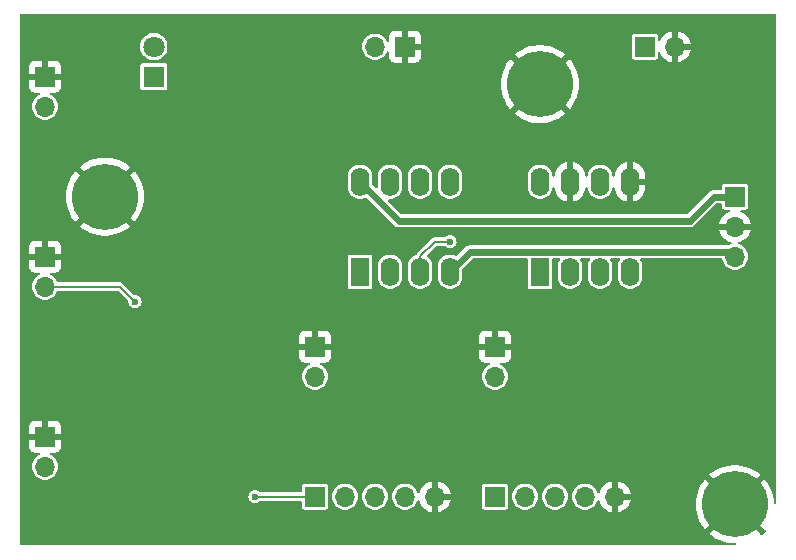
<source format=gbr>
%TF.GenerationSoftware,KiCad,Pcbnew,8.0.8*%
%TF.CreationDate,2025-02-24T19:59:05+00:00*%
%TF.ProjectId,jacks-n-dac,6a61636b-732d-46e2-9d64-61632e6b6963,rev?*%
%TF.SameCoordinates,Original*%
%TF.FileFunction,Copper,L2,Bot*%
%TF.FilePolarity,Positive*%
%FSLAX46Y46*%
G04 Gerber Fmt 4.6, Leading zero omitted, Abs format (unit mm)*
G04 Created by KiCad (PCBNEW 8.0.8) date 2025-02-24 19:59:05*
%MOMM*%
%LPD*%
G01*
G04 APERTURE LIST*
%TA.AperFunction,ComponentPad*%
%ADD10R,1.800000X1.800000*%
%TD*%
%TA.AperFunction,ComponentPad*%
%ADD11C,1.800000*%
%TD*%
%TA.AperFunction,ComponentPad*%
%ADD12C,5.600000*%
%TD*%
%TA.AperFunction,ComponentPad*%
%ADD13R,1.700000X1.700000*%
%TD*%
%TA.AperFunction,ComponentPad*%
%ADD14O,1.700000X1.700000*%
%TD*%
%TA.AperFunction,ComponentPad*%
%ADD15R,1.600000X2.400000*%
%TD*%
%TA.AperFunction,ComponentPad*%
%ADD16O,1.600000X2.400000*%
%TD*%
%TA.AperFunction,ViaPad*%
%ADD17C,0.600000*%
%TD*%
%TA.AperFunction,Conductor*%
%ADD18C,0.600000*%
%TD*%
%TA.AperFunction,Conductor*%
%ADD19C,0.200000*%
%TD*%
G04 APERTURE END LIST*
D10*
%TO.P,D2,1,K*%
%TO.N,Net-(D2-K)*%
X110820000Y-50800000D03*
D11*
%TO.P,D2,2,A*%
%TO.N,Net-(D2-A)*%
X110820000Y-48260000D03*
%TD*%
D12*
%TO.P,H1,1,1*%
%TO.N,GND*%
X160000000Y-87000000D03*
%TD*%
D13*
%TO.P,J1,1,Pin_1*%
%TO.N,+5V*%
X139700000Y-86360000D03*
D14*
%TO.P,J1,2,Pin_2*%
%TO.N,/CS_DAC*%
X142240000Y-86360000D03*
%TO.P,J1,3,Pin_3*%
%TO.N,/SCLK*%
X144780000Y-86360000D03*
%TO.P,J1,4,Pin_4*%
%TO.N,/MOSI*%
X147320000Y-86360000D03*
%TO.P,J1,5,Pin_5*%
%TO.N,GND*%
X149860000Y-86360000D03*
%TD*%
D15*
%TO.P,U2,1,Vdd*%
%TO.N,+5V*%
X143520000Y-67325000D03*
D16*
%TO.P,U2,2,~{CS}*%
%TO.N,/CS_DAC*%
X146060000Y-67325000D03*
%TO.P,U2,3,SCK*%
%TO.N,/SCLK*%
X148600000Y-67325000D03*
%TO.P,U2,4,SDI*%
%TO.N,/MOSI*%
X151140000Y-67325000D03*
%TO.P,U2,5,~{LDAC}*%
%TO.N,GND*%
X151140000Y-59705000D03*
%TO.P,U2,6,VB*%
%TO.N,Net-(U1B-+)*%
X148600000Y-59705000D03*
%TO.P,U2,7,Vss*%
%TO.N,GND*%
X146060000Y-59705000D03*
%TO.P,U2,8,VA*%
%TO.N,Net-(U1A-+)*%
X143520000Y-59705000D03*
%TD*%
D13*
%TO.P,J9,1*%
%TO.N,GND*%
X132080000Y-48260000D03*
D14*
%TO.P,J9,2*%
%TO.N,/CV*%
X129540000Y-48260000D03*
%TD*%
D12*
%TO.P,H3,1,1*%
%TO.N,GND*%
X143510000Y-51435000D03*
%TD*%
D13*
%TO.P,J8,1*%
%TO.N,GND*%
X124460000Y-73660000D03*
D14*
%TO.P,J8,2*%
%TO.N,/PITCH*%
X124460000Y-76200000D03*
%TD*%
D13*
%TO.P,J6,1*%
%TO.N,GND*%
X139700000Y-73660000D03*
D14*
%TO.P,J6,2*%
%TO.N,Net-(J6-Pad2)*%
X139700000Y-76200000D03*
%TD*%
D13*
%TO.P,J2,1,Pin_1*%
%TO.N,+12V*%
X160020000Y-60960000D03*
D14*
%TO.P,J2,2,Pin_2*%
%TO.N,GND*%
X160020000Y-63500000D03*
%TO.P,J2,3,Pin_3*%
%TO.N,-12V*%
X160020000Y-66040000D03*
%TD*%
D13*
%TO.P,J4,1*%
%TO.N,GND*%
X101600000Y-50800000D03*
D14*
%TO.P,J4,2*%
%TO.N,Net-(J4-Pad2)*%
X101600000Y-53340000D03*
%TD*%
D13*
%TO.P,J5,1*%
%TO.N,GND*%
X101600000Y-81280000D03*
D14*
%TO.P,J5,2*%
%TO.N,Net-(J5-Pad2)*%
X101600000Y-83820000D03*
%TD*%
D13*
%TO.P,J3,1,Pin_1*%
%TO.N,+5V*%
X152400000Y-48260000D03*
D14*
%TO.P,J3,2,Pin_2*%
%TO.N,GND*%
X154940000Y-48260000D03*
%TD*%
D13*
%TO.P,J7,1,Pin_1*%
%TO.N,/CLKIN*%
X124460000Y-86360000D03*
D14*
%TO.P,J7,2,Pin_2*%
%TO.N,/RSTIN*%
X127000000Y-86360000D03*
%TO.P,J7,3,Pin_3*%
%TO.N,/GATE*%
X129540000Y-86360000D03*
%TO.P,J7,4,Pin_4*%
%TO.N,/CLKOUT*%
X132080000Y-86360000D03*
%TO.P,J7,5,Pin_5*%
%TO.N,GND*%
X134620000Y-86360000D03*
%TD*%
D12*
%TO.P,H2,1,1*%
%TO.N,GND*%
X106680000Y-60960000D03*
%TD*%
D13*
%TO.P,J10,1*%
%TO.N,GND*%
X101600000Y-66040000D03*
D14*
%TO.P,J10,2*%
%TO.N,Net-(J10-Pad2)*%
X101600000Y-68580000D03*
%TD*%
D15*
%TO.P,U1,1*%
%TO.N,Net-(C2-Pad2)*%
X128280000Y-67325000D03*
D16*
%TO.P,U1,2,-*%
%TO.N,Net-(U1A--)*%
X130820000Y-67325000D03*
%TO.P,U1,3,+*%
%TO.N,Net-(U1A-+)*%
X133360000Y-67325000D03*
%TO.P,U1,4,V-*%
%TO.N,-12V*%
X135900000Y-67325000D03*
%TO.P,U1,5,+*%
%TO.N,Net-(U1B-+)*%
X135900000Y-59705000D03*
%TO.P,U1,6,-*%
%TO.N,Net-(U1B--)*%
X133360000Y-59705000D03*
%TO.P,U1,7*%
%TO.N,Net-(C3-Pad2)*%
X130820000Y-59705000D03*
%TO.P,U1,8,V+*%
%TO.N,+12V*%
X128280000Y-59705000D03*
%TD*%
D17*
%TO.N,GND*%
X134620000Y-46990000D03*
X134620000Y-48260000D03*
X134620000Y-49530000D03*
X134620000Y-50800000D03*
X133350000Y-50800000D03*
X132080000Y-50800000D03*
X130810000Y-50800000D03*
X102870000Y-48260000D03*
X101600000Y-48260000D03*
X100330000Y-48260000D03*
X102870000Y-63500000D03*
X101600000Y-63500000D03*
X100330000Y-63500000D03*
X102870000Y-78740000D03*
X101600000Y-78740000D03*
X100330000Y-78740000D03*
X152400000Y-90170000D03*
X152400000Y-88900000D03*
X152400000Y-87630000D03*
X152400000Y-86360000D03*
X152400000Y-85090000D03*
X152400000Y-83820000D03*
X162560000Y-67310000D03*
X162560000Y-66040000D03*
X162560000Y-59690000D03*
X162560000Y-60960000D03*
X162560000Y-64770000D03*
X162560000Y-63500000D03*
X162560000Y-62230000D03*
X157480000Y-46990000D03*
X157480000Y-48260000D03*
X157480000Y-49530000D03*
X157480000Y-50800000D03*
X156210000Y-50800000D03*
X154940000Y-50800000D03*
X153670000Y-50800000D03*
X120000000Y-58000000D03*
X107000000Y-71000000D03*
X110000000Y-86000000D03*
X111000000Y-78000000D03*
X110000000Y-77000000D03*
X138000000Y-80000000D03*
X107000000Y-86000000D03*
X112000000Y-57000000D03*
X138000000Y-81000000D03*
X108000000Y-71000000D03*
X114000000Y-63000000D03*
X118000000Y-58000000D03*
X112000000Y-63000000D03*
X111000000Y-71000000D03*
X110000000Y-71000000D03*
X138000000Y-83000000D03*
X122000000Y-84000000D03*
X112000000Y-86000000D03*
X113000000Y-57000000D03*
X138000000Y-82000000D03*
X108000000Y-75000000D03*
X108000000Y-86000000D03*
X111000000Y-57000000D03*
X109000000Y-71000000D03*
X107000000Y-74000000D03*
X115000000Y-57000000D03*
X114000000Y-66000000D03*
X109000000Y-86000000D03*
X119000000Y-58000000D03*
X114000000Y-57000000D03*
X110000000Y-57000000D03*
X138000000Y-79000000D03*
X114000000Y-65000000D03*
X106000000Y-71000000D03*
X123000000Y-84000000D03*
X121000000Y-58000000D03*
X109000000Y-76000000D03*
X113000000Y-63000000D03*
X117000000Y-58000000D03*
X114000000Y-64000000D03*
X111000000Y-86000000D03*
X121000000Y-84000000D03*
X116000000Y-57000000D03*
X138000000Y-84000000D03*
%TO.N,/CLKIN*%
X119380000Y-86360000D03*
%TO.N,Net-(U1A-+)*%
X135890000Y-64770000D03*
%TO.N,Net-(J10-Pad2)*%
X109220000Y-69850000D03*
%TD*%
D18*
%TO.N,+12V*%
X158242000Y-60960000D02*
X160020000Y-60960000D01*
X156210000Y-62992000D02*
X158242000Y-60960000D01*
X131567000Y-62992000D02*
X156210000Y-62992000D01*
X128280000Y-59705000D02*
X131567000Y-62992000D01*
%TO.N,-12V*%
X159605000Y-65625000D02*
X160020000Y-66040000D01*
X137600000Y-65625000D02*
X159605000Y-65625000D01*
X135900000Y-67325000D02*
X137600000Y-65625000D01*
D19*
%TO.N,/CLKIN*%
X119380000Y-86360000D02*
X124460000Y-86360000D01*
%TO.N,Net-(U1A-+)*%
X135890000Y-64770000D02*
X134620000Y-64770000D01*
X134620000Y-64770000D02*
X133360000Y-66030000D01*
X133360000Y-66030000D02*
X133360000Y-67325000D01*
%TO.N,Net-(J10-Pad2)*%
X107950000Y-68580000D02*
X109220000Y-69850000D01*
X101600000Y-68580000D02*
X107950000Y-68580000D01*
%TD*%
%TA.AperFunction,Conductor*%
%TO.N,GND*%
G36*
X163458692Y-45519407D02*
G01*
X163494656Y-45568907D01*
X163499501Y-45599500D01*
X163499549Y-86934108D01*
X163499549Y-86936488D01*
X163480642Y-86994679D01*
X163431142Y-87030643D01*
X163369956Y-87030643D01*
X163320456Y-86994679D01*
X163301694Y-86941848D01*
X163285474Y-86642682D01*
X163227581Y-86289550D01*
X163131853Y-85944770D01*
X163131851Y-85944765D01*
X162999395Y-85612326D01*
X162831784Y-85296177D01*
X162630967Y-84999995D01*
X162630960Y-84999985D01*
X162503556Y-84849995D01*
X161294250Y-86059300D01*
X161220412Y-85957670D01*
X161042330Y-85779588D01*
X160940696Y-85705747D01*
X162152742Y-84493702D01*
X162139511Y-84481170D01*
X161854641Y-84264617D01*
X161854636Y-84264614D01*
X161548019Y-84080128D01*
X161223255Y-83929876D01*
X160884131Y-83815612D01*
X160534669Y-83738689D01*
X160534670Y-83738689D01*
X160178922Y-83700000D01*
X159821078Y-83700000D01*
X159465329Y-83738689D01*
X159115869Y-83815612D01*
X159115867Y-83815612D01*
X158776744Y-83929876D01*
X158451980Y-84080128D01*
X158145363Y-84264614D01*
X158145358Y-84264617D01*
X157860495Y-84481164D01*
X157860473Y-84481183D01*
X157847256Y-84493702D01*
X159059301Y-85705747D01*
X158957670Y-85779588D01*
X158779588Y-85957670D01*
X158705747Y-86059301D01*
X157496441Y-84849995D01*
X157369039Y-84999985D01*
X157369032Y-84999995D01*
X157168215Y-85296177D01*
X157000604Y-85612326D01*
X156868148Y-85944765D01*
X156868146Y-85944770D01*
X156772418Y-86289550D01*
X156714525Y-86642682D01*
X156695153Y-87000000D01*
X156714525Y-87357317D01*
X156772418Y-87710449D01*
X156868146Y-88055229D01*
X156868148Y-88055234D01*
X157000604Y-88387673D01*
X157168215Y-88703822D01*
X157369032Y-89000004D01*
X157369039Y-89000014D01*
X157496441Y-89150002D01*
X158705746Y-87940696D01*
X158779588Y-88042330D01*
X158957670Y-88220412D01*
X159059300Y-88294251D01*
X157847256Y-89506296D01*
X157860488Y-89518829D01*
X158145358Y-89735382D01*
X158145363Y-89735385D01*
X158451980Y-89919871D01*
X158776744Y-90070123D01*
X159115868Y-90184387D01*
X159465330Y-90261310D01*
X159465329Y-90261310D01*
X159821078Y-90300000D01*
X160014307Y-90300000D01*
X160072498Y-90318907D01*
X160108462Y-90368407D01*
X160108462Y-90429593D01*
X160072498Y-90479093D01*
X160018683Y-90497903D01*
X159984940Y-90499396D01*
X159980071Y-90499492D01*
X159913218Y-90499159D01*
X159907823Y-90499499D01*
X99599500Y-90499499D01*
X99541309Y-90480592D01*
X99505345Y-90431092D01*
X99500500Y-90400499D01*
X99500500Y-86359999D01*
X118824750Y-86359999D01*
X118824750Y-86360000D01*
X118843669Y-86503708D01*
X118843670Y-86503709D01*
X118898527Y-86636149D01*
X118899139Y-86637625D01*
X118987379Y-86752621D01*
X119102375Y-86840861D01*
X119236291Y-86896330D01*
X119380000Y-86915250D01*
X119523709Y-86896330D01*
X119657625Y-86840861D01*
X119772621Y-86752621D01*
X119773385Y-86751624D01*
X119775223Y-86749231D01*
X119825649Y-86714576D01*
X119853764Y-86710500D01*
X123260500Y-86710500D01*
X123318691Y-86729407D01*
X123354655Y-86778907D01*
X123359500Y-86809500D01*
X123359500Y-87234672D01*
X123359501Y-87234684D01*
X123374033Y-87307736D01*
X123374035Y-87307742D01*
X123429397Y-87390599D01*
X123429400Y-87390602D01*
X123477924Y-87423024D01*
X123512260Y-87445966D01*
X123567808Y-87457015D01*
X123585315Y-87460498D01*
X123585320Y-87460498D01*
X123585326Y-87460500D01*
X123585327Y-87460500D01*
X125334673Y-87460500D01*
X125334674Y-87460500D01*
X125407740Y-87445966D01*
X125490601Y-87390601D01*
X125545966Y-87307740D01*
X125560500Y-87234674D01*
X125560500Y-86360000D01*
X125894785Y-86360000D01*
X125913603Y-86563083D01*
X125969418Y-86759250D01*
X126060327Y-86941821D01*
X126183236Y-87104579D01*
X126333959Y-87241981D01*
X126507363Y-87349348D01*
X126697544Y-87423024D01*
X126898024Y-87460500D01*
X127101976Y-87460500D01*
X127302456Y-87423024D01*
X127492637Y-87349348D01*
X127666041Y-87241981D01*
X127816764Y-87104579D01*
X127939673Y-86941821D01*
X128030582Y-86759250D01*
X128086397Y-86563083D01*
X128105215Y-86360000D01*
X128434785Y-86360000D01*
X128453603Y-86563083D01*
X128509418Y-86759250D01*
X128600327Y-86941821D01*
X128723236Y-87104579D01*
X128873959Y-87241981D01*
X129047363Y-87349348D01*
X129237544Y-87423024D01*
X129438024Y-87460500D01*
X129641976Y-87460500D01*
X129842456Y-87423024D01*
X130032637Y-87349348D01*
X130206041Y-87241981D01*
X130356764Y-87104579D01*
X130479673Y-86941821D01*
X130570582Y-86759250D01*
X130626397Y-86563083D01*
X130645215Y-86360000D01*
X130974785Y-86360000D01*
X130993603Y-86563083D01*
X131049418Y-86759250D01*
X131140327Y-86941821D01*
X131263236Y-87104579D01*
X131413959Y-87241981D01*
X131587363Y-87349348D01*
X131777544Y-87423024D01*
X131978024Y-87460500D01*
X132181976Y-87460500D01*
X132382456Y-87423024D01*
X132572637Y-87349348D01*
X132746041Y-87241981D01*
X132896764Y-87104579D01*
X133019673Y-86941821D01*
X133110582Y-86759250D01*
X133125167Y-86707987D01*
X133159275Y-86657194D01*
X133216728Y-86636149D01*
X133275577Y-86652892D01*
X133313346Y-86701029D01*
X133316014Y-86709458D01*
X133346569Y-86823489D01*
X133446399Y-87037577D01*
X133581886Y-87231073D01*
X133748926Y-87398113D01*
X133942422Y-87533600D01*
X134156509Y-87633430D01*
X134370000Y-87690634D01*
X134370000Y-86793012D01*
X134427007Y-86825925D01*
X134554174Y-86860000D01*
X134685826Y-86860000D01*
X134812993Y-86825925D01*
X134870000Y-86793012D01*
X134870000Y-87690633D01*
X135083490Y-87633430D01*
X135297577Y-87533600D01*
X135491073Y-87398113D01*
X135658113Y-87231073D01*
X135793600Y-87037577D01*
X135893430Y-86823489D01*
X135950636Y-86610000D01*
X135053012Y-86610000D01*
X135085925Y-86552993D01*
X135120000Y-86425826D01*
X135120000Y-86294174D01*
X135085925Y-86167007D01*
X135053012Y-86110000D01*
X135950636Y-86110000D01*
X135893429Y-85896505D01*
X135793605Y-85682432D01*
X135793601Y-85682424D01*
X135658113Y-85488926D01*
X135654514Y-85485327D01*
X138599500Y-85485327D01*
X138599500Y-87234672D01*
X138599501Y-87234684D01*
X138614033Y-87307736D01*
X138614035Y-87307742D01*
X138669397Y-87390599D01*
X138669400Y-87390602D01*
X138717924Y-87423024D01*
X138752260Y-87445966D01*
X138807808Y-87457015D01*
X138825315Y-87460498D01*
X138825320Y-87460498D01*
X138825326Y-87460500D01*
X138825327Y-87460500D01*
X140574673Y-87460500D01*
X140574674Y-87460500D01*
X140647740Y-87445966D01*
X140730601Y-87390601D01*
X140785966Y-87307740D01*
X140800500Y-87234674D01*
X140800500Y-86360000D01*
X141134785Y-86360000D01*
X141153603Y-86563083D01*
X141209418Y-86759250D01*
X141300327Y-86941821D01*
X141423236Y-87104579D01*
X141573959Y-87241981D01*
X141747363Y-87349348D01*
X141937544Y-87423024D01*
X142138024Y-87460500D01*
X142341976Y-87460500D01*
X142542456Y-87423024D01*
X142732637Y-87349348D01*
X142906041Y-87241981D01*
X143056764Y-87104579D01*
X143179673Y-86941821D01*
X143270582Y-86759250D01*
X143326397Y-86563083D01*
X143345215Y-86360000D01*
X143674785Y-86360000D01*
X143693603Y-86563083D01*
X143749418Y-86759250D01*
X143840327Y-86941821D01*
X143963236Y-87104579D01*
X144113959Y-87241981D01*
X144287363Y-87349348D01*
X144477544Y-87423024D01*
X144678024Y-87460500D01*
X144881976Y-87460500D01*
X145082456Y-87423024D01*
X145272637Y-87349348D01*
X145446041Y-87241981D01*
X145596764Y-87104579D01*
X145719673Y-86941821D01*
X145810582Y-86759250D01*
X145866397Y-86563083D01*
X145885215Y-86360000D01*
X146214785Y-86360000D01*
X146233603Y-86563083D01*
X146289418Y-86759250D01*
X146380327Y-86941821D01*
X146503236Y-87104579D01*
X146653959Y-87241981D01*
X146827363Y-87349348D01*
X147017544Y-87423024D01*
X147218024Y-87460500D01*
X147421976Y-87460500D01*
X147622456Y-87423024D01*
X147812637Y-87349348D01*
X147986041Y-87241981D01*
X148136764Y-87104579D01*
X148259673Y-86941821D01*
X148350582Y-86759250D01*
X148365167Y-86707987D01*
X148399275Y-86657194D01*
X148456728Y-86636149D01*
X148515577Y-86652892D01*
X148553346Y-86701029D01*
X148556014Y-86709458D01*
X148586569Y-86823489D01*
X148686399Y-87037577D01*
X148821886Y-87231073D01*
X148988926Y-87398113D01*
X149182422Y-87533600D01*
X149396509Y-87633430D01*
X149610000Y-87690634D01*
X149610000Y-86793012D01*
X149667007Y-86825925D01*
X149794174Y-86860000D01*
X149925826Y-86860000D01*
X150052993Y-86825925D01*
X150110000Y-86793012D01*
X150110000Y-87690633D01*
X150323490Y-87633430D01*
X150537577Y-87533600D01*
X150731073Y-87398113D01*
X150898113Y-87231073D01*
X151033600Y-87037577D01*
X151133430Y-86823489D01*
X151190636Y-86610000D01*
X150293012Y-86610000D01*
X150325925Y-86552993D01*
X150360000Y-86425826D01*
X150360000Y-86294174D01*
X150325925Y-86167007D01*
X150293012Y-86110000D01*
X151190636Y-86110000D01*
X151133429Y-85896505D01*
X151033605Y-85682432D01*
X151033601Y-85682424D01*
X150898113Y-85488926D01*
X150731073Y-85321886D01*
X150537577Y-85186399D01*
X150323489Y-85086569D01*
X150110000Y-85029364D01*
X150110000Y-85926988D01*
X150052993Y-85894075D01*
X149925826Y-85860000D01*
X149794174Y-85860000D01*
X149667007Y-85894075D01*
X149610000Y-85926988D01*
X149610000Y-85029364D01*
X149396505Y-85086570D01*
X149182432Y-85186394D01*
X149182424Y-85186398D01*
X148988926Y-85321886D01*
X148821886Y-85488926D01*
X148686398Y-85682424D01*
X148686394Y-85682432D01*
X148586570Y-85896505D01*
X148556014Y-86010541D01*
X148522689Y-86061856D01*
X148465568Y-86083782D01*
X148406467Y-86067946D01*
X148367962Y-86020396D01*
X148365172Y-86012028D01*
X148350582Y-85960750D01*
X148259673Y-85778179D01*
X148136764Y-85615421D01*
X147986041Y-85478019D01*
X147812637Y-85370652D01*
X147622456Y-85296976D01*
X147622455Y-85296975D01*
X147622453Y-85296975D01*
X147421976Y-85259500D01*
X147218024Y-85259500D01*
X147017546Y-85296975D01*
X146953243Y-85321886D01*
X146827363Y-85370652D01*
X146760164Y-85412260D01*
X146653959Y-85478019D01*
X146503237Y-85615420D01*
X146380328Y-85778177D01*
X146380323Y-85778186D01*
X146289419Y-85960747D01*
X146289418Y-85960750D01*
X146233603Y-86156917D01*
X146214785Y-86360000D01*
X145885215Y-86360000D01*
X145866397Y-86156917D01*
X145810582Y-85960750D01*
X145719673Y-85778179D01*
X145596764Y-85615421D01*
X145446041Y-85478019D01*
X145272637Y-85370652D01*
X145082456Y-85296976D01*
X145082455Y-85296975D01*
X145082453Y-85296975D01*
X144881976Y-85259500D01*
X144678024Y-85259500D01*
X144477546Y-85296975D01*
X144413243Y-85321886D01*
X144287363Y-85370652D01*
X144220164Y-85412260D01*
X144113959Y-85478019D01*
X143963237Y-85615420D01*
X143840328Y-85778177D01*
X143840323Y-85778186D01*
X143749419Y-85960747D01*
X143749418Y-85960750D01*
X143693603Y-86156917D01*
X143674785Y-86360000D01*
X143345215Y-86360000D01*
X143326397Y-86156917D01*
X143270582Y-85960750D01*
X143179673Y-85778179D01*
X143056764Y-85615421D01*
X142906041Y-85478019D01*
X142732637Y-85370652D01*
X142542456Y-85296976D01*
X142542455Y-85296975D01*
X142542453Y-85296975D01*
X142341976Y-85259500D01*
X142138024Y-85259500D01*
X141937546Y-85296975D01*
X141873243Y-85321886D01*
X141747363Y-85370652D01*
X141680164Y-85412260D01*
X141573959Y-85478019D01*
X141423237Y-85615420D01*
X141300328Y-85778177D01*
X141300323Y-85778186D01*
X141209419Y-85960747D01*
X141209418Y-85960750D01*
X141153603Y-86156917D01*
X141134785Y-86360000D01*
X140800500Y-86360000D01*
X140800500Y-85485326D01*
X140785966Y-85412260D01*
X140730601Y-85329399D01*
X140730599Y-85329397D01*
X140647742Y-85274035D01*
X140647740Y-85274034D01*
X140647737Y-85274033D01*
X140647736Y-85274033D01*
X140574684Y-85259501D01*
X140574674Y-85259500D01*
X138825326Y-85259500D01*
X138825325Y-85259500D01*
X138825315Y-85259501D01*
X138752263Y-85274033D01*
X138752257Y-85274035D01*
X138669400Y-85329397D01*
X138669397Y-85329400D01*
X138614035Y-85412257D01*
X138614033Y-85412263D01*
X138599501Y-85485315D01*
X138599500Y-85485327D01*
X135654514Y-85485327D01*
X135491073Y-85321886D01*
X135297577Y-85186399D01*
X135083489Y-85086569D01*
X134870000Y-85029364D01*
X134870000Y-85926988D01*
X134812993Y-85894075D01*
X134685826Y-85860000D01*
X134554174Y-85860000D01*
X134427007Y-85894075D01*
X134370000Y-85926988D01*
X134370000Y-85029364D01*
X134156505Y-85086570D01*
X133942432Y-85186394D01*
X133942424Y-85186398D01*
X133748926Y-85321886D01*
X133581886Y-85488926D01*
X133446398Y-85682424D01*
X133446394Y-85682432D01*
X133346570Y-85896505D01*
X133316014Y-86010541D01*
X133282689Y-86061856D01*
X133225568Y-86083782D01*
X133166467Y-86067946D01*
X133127962Y-86020396D01*
X133125172Y-86012028D01*
X133110582Y-85960750D01*
X133019673Y-85778179D01*
X132896764Y-85615421D01*
X132746041Y-85478019D01*
X132572637Y-85370652D01*
X132382456Y-85296976D01*
X132382455Y-85296975D01*
X132382453Y-85296975D01*
X132181976Y-85259500D01*
X131978024Y-85259500D01*
X131777546Y-85296975D01*
X131713243Y-85321886D01*
X131587363Y-85370652D01*
X131520164Y-85412260D01*
X131413959Y-85478019D01*
X131263237Y-85615420D01*
X131140328Y-85778177D01*
X131140323Y-85778186D01*
X131049419Y-85960747D01*
X131049418Y-85960750D01*
X130993603Y-86156917D01*
X130974785Y-86360000D01*
X130645215Y-86360000D01*
X130626397Y-86156917D01*
X130570582Y-85960750D01*
X130479673Y-85778179D01*
X130356764Y-85615421D01*
X130206041Y-85478019D01*
X130032637Y-85370652D01*
X129842456Y-85296976D01*
X129842455Y-85296975D01*
X129842453Y-85296975D01*
X129641976Y-85259500D01*
X129438024Y-85259500D01*
X129237546Y-85296975D01*
X129173243Y-85321886D01*
X129047363Y-85370652D01*
X128980164Y-85412260D01*
X128873959Y-85478019D01*
X128723237Y-85615420D01*
X128600328Y-85778177D01*
X128600323Y-85778186D01*
X128509419Y-85960747D01*
X128509418Y-85960750D01*
X128453603Y-86156917D01*
X128434785Y-86360000D01*
X128105215Y-86360000D01*
X128086397Y-86156917D01*
X128030582Y-85960750D01*
X127939673Y-85778179D01*
X127816764Y-85615421D01*
X127666041Y-85478019D01*
X127492637Y-85370652D01*
X127302456Y-85296976D01*
X127302455Y-85296975D01*
X127302453Y-85296975D01*
X127101976Y-85259500D01*
X126898024Y-85259500D01*
X126697546Y-85296975D01*
X126633243Y-85321886D01*
X126507363Y-85370652D01*
X126440164Y-85412260D01*
X126333959Y-85478019D01*
X126183237Y-85615420D01*
X126060328Y-85778177D01*
X126060323Y-85778186D01*
X125969419Y-85960747D01*
X125969418Y-85960750D01*
X125913603Y-86156917D01*
X125894785Y-86360000D01*
X125560500Y-86360000D01*
X125560500Y-85485326D01*
X125545966Y-85412260D01*
X125490601Y-85329399D01*
X125490599Y-85329397D01*
X125407742Y-85274035D01*
X125407740Y-85274034D01*
X125407737Y-85274033D01*
X125407736Y-85274033D01*
X125334684Y-85259501D01*
X125334674Y-85259500D01*
X123585326Y-85259500D01*
X123585325Y-85259500D01*
X123585315Y-85259501D01*
X123512263Y-85274033D01*
X123512257Y-85274035D01*
X123429400Y-85329397D01*
X123429397Y-85329400D01*
X123374035Y-85412257D01*
X123374033Y-85412263D01*
X123359501Y-85485315D01*
X123359500Y-85485327D01*
X123359500Y-85910500D01*
X123340593Y-85968691D01*
X123291093Y-86004655D01*
X123260500Y-86009500D01*
X119853764Y-86009500D01*
X119795573Y-85990593D01*
X119775223Y-85970769D01*
X119772623Y-85967381D01*
X119772621Y-85967380D01*
X119772621Y-85967379D01*
X119657625Y-85879139D01*
X119657621Y-85879137D01*
X119523709Y-85823670D01*
X119523708Y-85823669D01*
X119380000Y-85804750D01*
X119236291Y-85823669D01*
X119236290Y-85823670D01*
X119102378Y-85879137D01*
X119102374Y-85879139D01*
X118987381Y-85967377D01*
X118987377Y-85967381D01*
X118899139Y-86082374D01*
X118899137Y-86082378D01*
X118843670Y-86216290D01*
X118843669Y-86216291D01*
X118824750Y-86359999D01*
X99500500Y-86359999D01*
X99500500Y-82177824D01*
X100249999Y-82177824D01*
X100256401Y-82237370D01*
X100256403Y-82237381D01*
X100306646Y-82372088D01*
X100306647Y-82372090D01*
X100392807Y-82487184D01*
X100392815Y-82487192D01*
X100507909Y-82573352D01*
X100507911Y-82573353D01*
X100642618Y-82623596D01*
X100642629Y-82623598D01*
X100702176Y-82630000D01*
X101095703Y-82630000D01*
X101153894Y-82648907D01*
X101189858Y-82698407D01*
X101189858Y-82759593D01*
X101153894Y-82809093D01*
X101131469Y-82821313D01*
X101107363Y-82830652D01*
X100933959Y-82938019D01*
X100783237Y-83075420D01*
X100660328Y-83238177D01*
X100660323Y-83238186D01*
X100569419Y-83420747D01*
X100569418Y-83420750D01*
X100513603Y-83616917D01*
X100494785Y-83820000D01*
X100513603Y-84023083D01*
X100569418Y-84219250D01*
X100660327Y-84401821D01*
X100783236Y-84564579D01*
X100933959Y-84701981D01*
X101107363Y-84809348D01*
X101297544Y-84883024D01*
X101498024Y-84920500D01*
X101701976Y-84920500D01*
X101902456Y-84883024D01*
X102092637Y-84809348D01*
X102266041Y-84701981D01*
X102416764Y-84564579D01*
X102539673Y-84401821D01*
X102630582Y-84219250D01*
X102686397Y-84023083D01*
X102705215Y-83820000D01*
X102686397Y-83616917D01*
X102630582Y-83420750D01*
X102539673Y-83238179D01*
X102416764Y-83075421D01*
X102266041Y-82938019D01*
X102092637Y-82830652D01*
X102068532Y-82821314D01*
X102021103Y-82782663D01*
X102005449Y-82723514D01*
X102027552Y-82666461D01*
X102078969Y-82633295D01*
X102104297Y-82630000D01*
X102497824Y-82630000D01*
X102557370Y-82623598D01*
X102557381Y-82623596D01*
X102692088Y-82573353D01*
X102692090Y-82573352D01*
X102807184Y-82487192D01*
X102807192Y-82487184D01*
X102893352Y-82372090D01*
X102893353Y-82372088D01*
X102943596Y-82237381D01*
X102943598Y-82237370D01*
X102950000Y-82177824D01*
X102950000Y-81530001D01*
X102949999Y-81530000D01*
X102033012Y-81530000D01*
X102065925Y-81472993D01*
X102100000Y-81345826D01*
X102100000Y-81214174D01*
X102065925Y-81087007D01*
X102033012Y-81030000D01*
X102949999Y-81030000D01*
X102950000Y-81029999D01*
X102950000Y-80382175D01*
X102943598Y-80322629D01*
X102943596Y-80322618D01*
X102893353Y-80187911D01*
X102893352Y-80187909D01*
X102807192Y-80072815D01*
X102807184Y-80072807D01*
X102692090Y-79986647D01*
X102692088Y-79986646D01*
X102557381Y-79936403D01*
X102557370Y-79936401D01*
X102497824Y-79930000D01*
X101850001Y-79930000D01*
X101850000Y-79930001D01*
X101850000Y-80846988D01*
X101792993Y-80814075D01*
X101665826Y-80780000D01*
X101534174Y-80780000D01*
X101407007Y-80814075D01*
X101350000Y-80846988D01*
X101350000Y-79930001D01*
X101349999Y-79930000D01*
X100702176Y-79930000D01*
X100642629Y-79936401D01*
X100642618Y-79936403D01*
X100507911Y-79986646D01*
X100507909Y-79986647D01*
X100392815Y-80072807D01*
X100392807Y-80072815D01*
X100306647Y-80187909D01*
X100306646Y-80187911D01*
X100256403Y-80322618D01*
X100256401Y-80322629D01*
X100250000Y-80382175D01*
X100250000Y-81029999D01*
X100250001Y-81030000D01*
X101166988Y-81030000D01*
X101134075Y-81087007D01*
X101100000Y-81214174D01*
X101100000Y-81345826D01*
X101134075Y-81472993D01*
X101166988Y-81530000D01*
X100250001Y-81530000D01*
X100250000Y-81530001D01*
X100250000Y-82177824D01*
X100249999Y-82177824D01*
X99500500Y-82177824D01*
X99500500Y-74557824D01*
X123109999Y-74557824D01*
X123116401Y-74617370D01*
X123116403Y-74617381D01*
X123166646Y-74752088D01*
X123166647Y-74752090D01*
X123252807Y-74867184D01*
X123252815Y-74867192D01*
X123367909Y-74953352D01*
X123367911Y-74953353D01*
X123502618Y-75003596D01*
X123502629Y-75003598D01*
X123562176Y-75010000D01*
X123955703Y-75010000D01*
X124013894Y-75028907D01*
X124049858Y-75078407D01*
X124049858Y-75139593D01*
X124013894Y-75189093D01*
X123991469Y-75201313D01*
X123967363Y-75210652D01*
X123793959Y-75318019D01*
X123643237Y-75455420D01*
X123520328Y-75618177D01*
X123520323Y-75618186D01*
X123429419Y-75800747D01*
X123429418Y-75800750D01*
X123373603Y-75996917D01*
X123354785Y-76200000D01*
X123373603Y-76403083D01*
X123429418Y-76599250D01*
X123520327Y-76781821D01*
X123643236Y-76944579D01*
X123793959Y-77081981D01*
X123967363Y-77189348D01*
X124157544Y-77263024D01*
X124358024Y-77300500D01*
X124561976Y-77300500D01*
X124762456Y-77263024D01*
X124952637Y-77189348D01*
X125126041Y-77081981D01*
X125276764Y-76944579D01*
X125399673Y-76781821D01*
X125490582Y-76599250D01*
X125546397Y-76403083D01*
X125565215Y-76200000D01*
X125546397Y-75996917D01*
X125490582Y-75800750D01*
X125399673Y-75618179D01*
X125276764Y-75455421D01*
X125126041Y-75318019D01*
X124952637Y-75210652D01*
X124928532Y-75201314D01*
X124881103Y-75162663D01*
X124865449Y-75103514D01*
X124887552Y-75046461D01*
X124938969Y-75013295D01*
X124964297Y-75010000D01*
X125357824Y-75010000D01*
X125417370Y-75003598D01*
X125417381Y-75003596D01*
X125552088Y-74953353D01*
X125552090Y-74953352D01*
X125667184Y-74867192D01*
X125667192Y-74867184D01*
X125753352Y-74752090D01*
X125753353Y-74752088D01*
X125803596Y-74617381D01*
X125803598Y-74617370D01*
X125810000Y-74557824D01*
X138349999Y-74557824D01*
X138356401Y-74617370D01*
X138356403Y-74617381D01*
X138406646Y-74752088D01*
X138406647Y-74752090D01*
X138492807Y-74867184D01*
X138492815Y-74867192D01*
X138607909Y-74953352D01*
X138607911Y-74953353D01*
X138742618Y-75003596D01*
X138742629Y-75003598D01*
X138802176Y-75010000D01*
X139195703Y-75010000D01*
X139253894Y-75028907D01*
X139289858Y-75078407D01*
X139289858Y-75139593D01*
X139253894Y-75189093D01*
X139231469Y-75201313D01*
X139207363Y-75210652D01*
X139033959Y-75318019D01*
X138883237Y-75455420D01*
X138760328Y-75618177D01*
X138760323Y-75618186D01*
X138669419Y-75800747D01*
X138669418Y-75800750D01*
X138613603Y-75996917D01*
X138594785Y-76200000D01*
X138613603Y-76403083D01*
X138669418Y-76599250D01*
X138760327Y-76781821D01*
X138883236Y-76944579D01*
X139033959Y-77081981D01*
X139207363Y-77189348D01*
X139397544Y-77263024D01*
X139598024Y-77300500D01*
X139801976Y-77300500D01*
X140002456Y-77263024D01*
X140192637Y-77189348D01*
X140366041Y-77081981D01*
X140516764Y-76944579D01*
X140639673Y-76781821D01*
X140730582Y-76599250D01*
X140786397Y-76403083D01*
X140805215Y-76200000D01*
X140786397Y-75996917D01*
X140730582Y-75800750D01*
X140639673Y-75618179D01*
X140516764Y-75455421D01*
X140366041Y-75318019D01*
X140192637Y-75210652D01*
X140168532Y-75201314D01*
X140121103Y-75162663D01*
X140105449Y-75103514D01*
X140127552Y-75046461D01*
X140178969Y-75013295D01*
X140204297Y-75010000D01*
X140597824Y-75010000D01*
X140657370Y-75003598D01*
X140657381Y-75003596D01*
X140792088Y-74953353D01*
X140792090Y-74953352D01*
X140907184Y-74867192D01*
X140907192Y-74867184D01*
X140993352Y-74752090D01*
X140993353Y-74752088D01*
X141043596Y-74617381D01*
X141043598Y-74617370D01*
X141050000Y-74557824D01*
X141050000Y-73910001D01*
X141049999Y-73910000D01*
X140133012Y-73910000D01*
X140165925Y-73852993D01*
X140200000Y-73725826D01*
X140200000Y-73594174D01*
X140165925Y-73467007D01*
X140133012Y-73410000D01*
X141049999Y-73410000D01*
X141050000Y-73409999D01*
X141050000Y-72762175D01*
X141043598Y-72702629D01*
X141043596Y-72702618D01*
X140993353Y-72567911D01*
X140993352Y-72567909D01*
X140907192Y-72452815D01*
X140907184Y-72452807D01*
X140792090Y-72366647D01*
X140792088Y-72366646D01*
X140657381Y-72316403D01*
X140657370Y-72316401D01*
X140597824Y-72310000D01*
X139950001Y-72310000D01*
X139950000Y-72310001D01*
X139950000Y-73226988D01*
X139892993Y-73194075D01*
X139765826Y-73160000D01*
X139634174Y-73160000D01*
X139507007Y-73194075D01*
X139450000Y-73226988D01*
X139450000Y-72310001D01*
X139449999Y-72310000D01*
X138802176Y-72310000D01*
X138742629Y-72316401D01*
X138742618Y-72316403D01*
X138607911Y-72366646D01*
X138607909Y-72366647D01*
X138492815Y-72452807D01*
X138492807Y-72452815D01*
X138406647Y-72567909D01*
X138406646Y-72567911D01*
X138356403Y-72702618D01*
X138356401Y-72702629D01*
X138350000Y-72762175D01*
X138350000Y-73409999D01*
X138350001Y-73410000D01*
X139266988Y-73410000D01*
X139234075Y-73467007D01*
X139200000Y-73594174D01*
X139200000Y-73725826D01*
X139234075Y-73852993D01*
X139266988Y-73910000D01*
X138350001Y-73910000D01*
X138350000Y-73910001D01*
X138350000Y-74557824D01*
X138349999Y-74557824D01*
X125810000Y-74557824D01*
X125810000Y-73910001D01*
X125809999Y-73910000D01*
X124893012Y-73910000D01*
X124925925Y-73852993D01*
X124960000Y-73725826D01*
X124960000Y-73594174D01*
X124925925Y-73467007D01*
X124893012Y-73410000D01*
X125809999Y-73410000D01*
X125810000Y-73409999D01*
X125810000Y-72762175D01*
X125803598Y-72702629D01*
X125803596Y-72702618D01*
X125753353Y-72567911D01*
X125753352Y-72567909D01*
X125667192Y-72452815D01*
X125667184Y-72452807D01*
X125552090Y-72366647D01*
X125552088Y-72366646D01*
X125417381Y-72316403D01*
X125417370Y-72316401D01*
X125357824Y-72310000D01*
X124710001Y-72310000D01*
X124710000Y-72310001D01*
X124710000Y-73226988D01*
X124652993Y-73194075D01*
X124525826Y-73160000D01*
X124394174Y-73160000D01*
X124267007Y-73194075D01*
X124210000Y-73226988D01*
X124210000Y-72310001D01*
X124209999Y-72310000D01*
X123562176Y-72310000D01*
X123502629Y-72316401D01*
X123502618Y-72316403D01*
X123367911Y-72366646D01*
X123367909Y-72366647D01*
X123252815Y-72452807D01*
X123252807Y-72452815D01*
X123166647Y-72567909D01*
X123166646Y-72567911D01*
X123116403Y-72702618D01*
X123116401Y-72702629D01*
X123110000Y-72762175D01*
X123110000Y-73409999D01*
X123110001Y-73410000D01*
X124026988Y-73410000D01*
X123994075Y-73467007D01*
X123960000Y-73594174D01*
X123960000Y-73725826D01*
X123994075Y-73852993D01*
X124026988Y-73910000D01*
X123110001Y-73910000D01*
X123110000Y-73910001D01*
X123110000Y-74557824D01*
X123109999Y-74557824D01*
X99500500Y-74557824D01*
X99500500Y-66937824D01*
X100249999Y-66937824D01*
X100256401Y-66997370D01*
X100256403Y-66997381D01*
X100306646Y-67132088D01*
X100306647Y-67132090D01*
X100392807Y-67247184D01*
X100392815Y-67247192D01*
X100507909Y-67333352D01*
X100507911Y-67333353D01*
X100642618Y-67383596D01*
X100642629Y-67383598D01*
X100702176Y-67390000D01*
X101095703Y-67390000D01*
X101153894Y-67408907D01*
X101189858Y-67458407D01*
X101189858Y-67519593D01*
X101153894Y-67569093D01*
X101131469Y-67581313D01*
X101107363Y-67590652D01*
X100933959Y-67698019D01*
X100783237Y-67835420D01*
X100660328Y-67998177D01*
X100660323Y-67998186D01*
X100643776Y-68031418D01*
X100569418Y-68180750D01*
X100513603Y-68376917D01*
X100494785Y-68580000D01*
X100513603Y-68783083D01*
X100569418Y-68979250D01*
X100660327Y-69161821D01*
X100783236Y-69324579D01*
X100933959Y-69461981D01*
X101107363Y-69569348D01*
X101297544Y-69643024D01*
X101498024Y-69680500D01*
X101701976Y-69680500D01*
X101902456Y-69643024D01*
X102092637Y-69569348D01*
X102266041Y-69461981D01*
X102416764Y-69324579D01*
X102539673Y-69161821D01*
X102627534Y-68985372D01*
X102670397Y-68941709D01*
X102716155Y-68930500D01*
X107763810Y-68930500D01*
X107822001Y-68949407D01*
X107833814Y-68959496D01*
X108637158Y-69762840D01*
X108664935Y-69817357D01*
X108665307Y-69845763D01*
X108664750Y-69849994D01*
X108664750Y-69850000D01*
X108683669Y-69993708D01*
X108683670Y-69993709D01*
X108739139Y-70127625D01*
X108827379Y-70242621D01*
X108942375Y-70330861D01*
X109076291Y-70386330D01*
X109220000Y-70405250D01*
X109363709Y-70386330D01*
X109497625Y-70330861D01*
X109612621Y-70242621D01*
X109700861Y-70127625D01*
X109756330Y-69993709D01*
X109775250Y-69850000D01*
X109756330Y-69706291D01*
X109700861Y-69572375D01*
X109612621Y-69457379D01*
X109497625Y-69369139D01*
X109497621Y-69369137D01*
X109363709Y-69313670D01*
X109363708Y-69313669D01*
X109220000Y-69294750D01*
X109219995Y-69294750D01*
X109215763Y-69295307D01*
X109155603Y-69284155D01*
X109132840Y-69267158D01*
X108796182Y-68930500D01*
X108165212Y-68299530D01*
X108085288Y-68253386D01*
X107996144Y-68229500D01*
X107996142Y-68229500D01*
X102716155Y-68229500D01*
X102657964Y-68210593D01*
X102627534Y-68174628D01*
X102539676Y-67998186D01*
X102539673Y-67998179D01*
X102416764Y-67835421D01*
X102266041Y-67698019D01*
X102092637Y-67590652D01*
X102068532Y-67581314D01*
X102021103Y-67542663D01*
X102005449Y-67483514D01*
X102027552Y-67426461D01*
X102078969Y-67393295D01*
X102104297Y-67390000D01*
X102497824Y-67390000D01*
X102557370Y-67383598D01*
X102557381Y-67383596D01*
X102692088Y-67333353D01*
X102692090Y-67333352D01*
X102807184Y-67247192D01*
X102807192Y-67247184D01*
X102893352Y-67132090D01*
X102893353Y-67132088D01*
X102943596Y-66997381D01*
X102943598Y-66997370D01*
X102950000Y-66937824D01*
X102950000Y-66290001D01*
X102949999Y-66290000D01*
X102033012Y-66290000D01*
X102065925Y-66232993D01*
X102100000Y-66105826D01*
X102100000Y-66100327D01*
X127229500Y-66100327D01*
X127229500Y-68549672D01*
X127229501Y-68549684D01*
X127244033Y-68622736D01*
X127244035Y-68622742D01*
X127299397Y-68705599D01*
X127299399Y-68705601D01*
X127382260Y-68760966D01*
X127437808Y-68772015D01*
X127455315Y-68775498D01*
X127455320Y-68775498D01*
X127455326Y-68775500D01*
X127455327Y-68775500D01*
X129104673Y-68775500D01*
X129104674Y-68775500D01*
X129177740Y-68760966D01*
X129260601Y-68705601D01*
X129315966Y-68622740D01*
X129330500Y-68549674D01*
X129330500Y-66821532D01*
X129769500Y-66821532D01*
X129769500Y-67828467D01*
X129809869Y-68031418D01*
X129889058Y-68222597D01*
X129940463Y-68299530D01*
X130004023Y-68394655D01*
X130150345Y-68540977D01*
X130322402Y-68655941D01*
X130513580Y-68735130D01*
X130716535Y-68775500D01*
X130716536Y-68775500D01*
X130923464Y-68775500D01*
X130923465Y-68775500D01*
X131126420Y-68735130D01*
X131317598Y-68655941D01*
X131489655Y-68540977D01*
X131635977Y-68394655D01*
X131750941Y-68222598D01*
X131830130Y-68031420D01*
X131870500Y-67828465D01*
X131870500Y-66821535D01*
X131870499Y-66821532D01*
X132309500Y-66821532D01*
X132309500Y-67828467D01*
X132349869Y-68031418D01*
X132429058Y-68222597D01*
X132480463Y-68299530D01*
X132544023Y-68394655D01*
X132690345Y-68540977D01*
X132862402Y-68655941D01*
X133053580Y-68735130D01*
X133256535Y-68775500D01*
X133256536Y-68775500D01*
X133463464Y-68775500D01*
X133463465Y-68775500D01*
X133666420Y-68735130D01*
X133857598Y-68655941D01*
X134029655Y-68540977D01*
X134175977Y-68394655D01*
X134290941Y-68222598D01*
X134370130Y-68031420D01*
X134410500Y-67828465D01*
X134410500Y-66821535D01*
X134370130Y-66618580D01*
X134290941Y-66427402D01*
X134175977Y-66255345D01*
X134029655Y-66109023D01*
X134029651Y-66109020D01*
X134029650Y-66109019D01*
X133978296Y-66074705D01*
X133940417Y-66026655D01*
X133938015Y-65965517D01*
X133963295Y-65922386D01*
X134736187Y-65149496D01*
X134790703Y-65121719D01*
X134806190Y-65120500D01*
X135416236Y-65120500D01*
X135474427Y-65139407D01*
X135494777Y-65159231D01*
X135497376Y-65162618D01*
X135497377Y-65162619D01*
X135497379Y-65162621D01*
X135612375Y-65250861D01*
X135746291Y-65306330D01*
X135890000Y-65325250D01*
X136033709Y-65306330D01*
X136167625Y-65250861D01*
X136282621Y-65162621D01*
X136370861Y-65047625D01*
X136426330Y-64913709D01*
X136445250Y-64770000D01*
X136442175Y-64746647D01*
X136426330Y-64626291D01*
X136370861Y-64492375D01*
X136282621Y-64377379D01*
X136167625Y-64289139D01*
X136167621Y-64289137D01*
X136033709Y-64233670D01*
X136033708Y-64233669D01*
X135890000Y-64214750D01*
X135746291Y-64233669D01*
X135746290Y-64233670D01*
X135612378Y-64289137D01*
X135612374Y-64289139D01*
X135497376Y-64377381D01*
X135494777Y-64380769D01*
X135444351Y-64415424D01*
X135416236Y-64419500D01*
X134573856Y-64419500D01*
X134545927Y-64426983D01*
X134490069Y-64441950D01*
X134484712Y-64443385D01*
X134484708Y-64443387D01*
X134404790Y-64489528D01*
X134404788Y-64489530D01*
X133079530Y-65814788D01*
X133036664Y-65889034D01*
X133036663Y-65889036D01*
X133030140Y-65900334D01*
X133028080Y-65899144D01*
X132995076Y-65937784D01*
X132981239Y-65944834D01*
X132862402Y-65994058D01*
X132690348Y-66109020D01*
X132544020Y-66255348D01*
X132429058Y-66427402D01*
X132349869Y-66618581D01*
X132309500Y-66821532D01*
X131870499Y-66821532D01*
X131830130Y-66618580D01*
X131750941Y-66427402D01*
X131635977Y-66255345D01*
X131489655Y-66109023D01*
X131489651Y-66109020D01*
X131317597Y-65994058D01*
X131126418Y-65914869D01*
X130923467Y-65874500D01*
X130923465Y-65874500D01*
X130716535Y-65874500D01*
X130716532Y-65874500D01*
X130513581Y-65914869D01*
X130322402Y-65994058D01*
X130150348Y-66109020D01*
X130004020Y-66255348D01*
X129889058Y-66427402D01*
X129809869Y-66618581D01*
X129769500Y-66821532D01*
X129330500Y-66821532D01*
X129330500Y-66100326D01*
X129315966Y-66027260D01*
X129315562Y-66026655D01*
X129260602Y-65944400D01*
X129260599Y-65944397D01*
X129177742Y-65889035D01*
X129177740Y-65889034D01*
X129177737Y-65889033D01*
X129177736Y-65889033D01*
X129104684Y-65874501D01*
X129104674Y-65874500D01*
X127455326Y-65874500D01*
X127455325Y-65874500D01*
X127455315Y-65874501D01*
X127382263Y-65889033D01*
X127382257Y-65889035D01*
X127299400Y-65944397D01*
X127299397Y-65944400D01*
X127244035Y-66027257D01*
X127244033Y-66027263D01*
X127229501Y-66100315D01*
X127229500Y-66100327D01*
X102100000Y-66100327D01*
X102100000Y-65974174D01*
X102065925Y-65847007D01*
X102033012Y-65790000D01*
X102949999Y-65790000D01*
X102950000Y-65789999D01*
X102950000Y-65142175D01*
X102943598Y-65082629D01*
X102943596Y-65082618D01*
X102893353Y-64947911D01*
X102893352Y-64947909D01*
X102807192Y-64832815D01*
X102807184Y-64832807D01*
X102692090Y-64746647D01*
X102692088Y-64746646D01*
X102557381Y-64696403D01*
X102557370Y-64696401D01*
X102497824Y-64690000D01*
X101850001Y-64690000D01*
X101850000Y-64690001D01*
X101850000Y-65606988D01*
X101792993Y-65574075D01*
X101665826Y-65540000D01*
X101534174Y-65540000D01*
X101407007Y-65574075D01*
X101350000Y-65606988D01*
X101350000Y-64690001D01*
X101349999Y-64690000D01*
X100702176Y-64690000D01*
X100642629Y-64696401D01*
X100642618Y-64696403D01*
X100507911Y-64746646D01*
X100507909Y-64746647D01*
X100392815Y-64832807D01*
X100392807Y-64832815D01*
X100306647Y-64947909D01*
X100306646Y-64947911D01*
X100256403Y-65082618D01*
X100256401Y-65082629D01*
X100250000Y-65142175D01*
X100250000Y-65789999D01*
X100250001Y-65790000D01*
X101166988Y-65790000D01*
X101134075Y-65847007D01*
X101100000Y-65974174D01*
X101100000Y-66105826D01*
X101134075Y-66232993D01*
X101166988Y-66290000D01*
X100250001Y-66290000D01*
X100250000Y-66290001D01*
X100250000Y-66937824D01*
X100249999Y-66937824D01*
X99500500Y-66937824D01*
X99500500Y-60960000D01*
X103375153Y-60960000D01*
X103394525Y-61317317D01*
X103452418Y-61670449D01*
X103548146Y-62015229D01*
X103548148Y-62015234D01*
X103680604Y-62347673D01*
X103848215Y-62663822D01*
X104049032Y-62960004D01*
X104049039Y-62960014D01*
X104176441Y-63110002D01*
X105385746Y-61900696D01*
X105459588Y-62002330D01*
X105637670Y-62180412D01*
X105739300Y-62254251D01*
X104527256Y-63466296D01*
X104540488Y-63478829D01*
X104825358Y-63695382D01*
X104825363Y-63695385D01*
X105131980Y-63879871D01*
X105456744Y-64030123D01*
X105795868Y-64144387D01*
X106145330Y-64221310D01*
X106145329Y-64221310D01*
X106501078Y-64260000D01*
X106858922Y-64260000D01*
X107214670Y-64221310D01*
X107564130Y-64144387D01*
X107564132Y-64144387D01*
X107903255Y-64030123D01*
X108228019Y-63879871D01*
X108534636Y-63695385D01*
X108534641Y-63695382D01*
X108819500Y-63478839D01*
X108819512Y-63478828D01*
X108832742Y-63466296D01*
X107620698Y-62254252D01*
X107722330Y-62180412D01*
X107900412Y-62002330D01*
X107974252Y-61900698D01*
X109183557Y-63110003D01*
X109310962Y-62960011D01*
X109310966Y-62960007D01*
X109511784Y-62663822D01*
X109679395Y-62347673D01*
X109811851Y-62015234D01*
X109811853Y-62015229D01*
X109907581Y-61670449D01*
X109965474Y-61317317D01*
X109984846Y-60960000D01*
X109965474Y-60602682D01*
X109907581Y-60249550D01*
X109811853Y-59904770D01*
X109811851Y-59904765D01*
X109679395Y-59572326D01*
X109511784Y-59256177D01*
X109474734Y-59201532D01*
X127229500Y-59201532D01*
X127229500Y-60208467D01*
X127269869Y-60411418D01*
X127349058Y-60602597D01*
X127351629Y-60606445D01*
X127464023Y-60774655D01*
X127610345Y-60920977D01*
X127782402Y-61035941D01*
X127973580Y-61115130D01*
X128176535Y-61155500D01*
X128176536Y-61155500D01*
X128383464Y-61155500D01*
X128383465Y-61155500D01*
X128586420Y-61115130D01*
X128755248Y-61045198D01*
X128816240Y-61040398D01*
X128863134Y-61066659D01*
X131228985Y-63432510D01*
X131354515Y-63504984D01*
X131494525Y-63542500D01*
X131494526Y-63542500D01*
X156282474Y-63542500D01*
X156282475Y-63542500D01*
X156422485Y-63504984D01*
X156548015Y-63432510D01*
X158441029Y-61539496D01*
X158495546Y-61511719D01*
X158511033Y-61510500D01*
X158820500Y-61510500D01*
X158878691Y-61529407D01*
X158914655Y-61578907D01*
X158919500Y-61609500D01*
X158919500Y-61834672D01*
X158919501Y-61834684D01*
X158934033Y-61907736D01*
X158934035Y-61907742D01*
X158989397Y-61990599D01*
X158989400Y-61990602D01*
X159072257Y-62045964D01*
X159072260Y-62045966D01*
X159127808Y-62057015D01*
X159145315Y-62060498D01*
X159145320Y-62060498D01*
X159145326Y-62060500D01*
X159145327Y-62060500D01*
X159466085Y-62060500D01*
X159524276Y-62079407D01*
X159560240Y-62128907D01*
X159560240Y-62190093D01*
X159524276Y-62239593D01*
X159507924Y-62249224D01*
X159342432Y-62326394D01*
X159342424Y-62326398D01*
X159148926Y-62461886D01*
X158981886Y-62628926D01*
X158846398Y-62822424D01*
X158846394Y-62822432D01*
X158746570Y-63036505D01*
X158689364Y-63250000D01*
X159586988Y-63250000D01*
X159554075Y-63307007D01*
X159520000Y-63434174D01*
X159520000Y-63565826D01*
X159554075Y-63692993D01*
X159586988Y-63750000D01*
X158689364Y-63750000D01*
X158746569Y-63963489D01*
X158846399Y-64177577D01*
X158981886Y-64371073D01*
X159148926Y-64538113D01*
X159342422Y-64673600D01*
X159556509Y-64773430D01*
X159669518Y-64803711D01*
X159720832Y-64837035D01*
X159742759Y-64894156D01*
X159726924Y-64953257D01*
X159679658Y-64991653D01*
X159527362Y-65050652D01*
X159527359Y-65050654D01*
X159512795Y-65059672D01*
X159460679Y-65074500D01*
X137527525Y-65074500D01*
X137387515Y-65112016D01*
X137305736Y-65159231D01*
X137261982Y-65184492D01*
X136483133Y-65963339D01*
X136428617Y-65991116D01*
X136375245Y-65984799D01*
X136206420Y-65914870D01*
X136003467Y-65874500D01*
X136003465Y-65874500D01*
X135796535Y-65874500D01*
X135796532Y-65874500D01*
X135593581Y-65914869D01*
X135402402Y-65994058D01*
X135230348Y-66109020D01*
X135084020Y-66255348D01*
X134969058Y-66427402D01*
X134889869Y-66618581D01*
X134849500Y-66821532D01*
X134849500Y-67828467D01*
X134889869Y-68031418D01*
X134969058Y-68222597D01*
X135020463Y-68299530D01*
X135084023Y-68394655D01*
X135230345Y-68540977D01*
X135402402Y-68655941D01*
X135593580Y-68735130D01*
X135796535Y-68775500D01*
X135796536Y-68775500D01*
X136003464Y-68775500D01*
X136003465Y-68775500D01*
X136206420Y-68735130D01*
X136397598Y-68655941D01*
X136569655Y-68540977D01*
X136715977Y-68394655D01*
X136830941Y-68222598D01*
X136910130Y-68031420D01*
X136950500Y-67828465D01*
X136950500Y-67094033D01*
X136969407Y-67035842D01*
X136979496Y-67024029D01*
X137799029Y-66204496D01*
X137853546Y-66176719D01*
X137869033Y-66175500D01*
X142370500Y-66175500D01*
X142428691Y-66194407D01*
X142464655Y-66243907D01*
X142469500Y-66274500D01*
X142469500Y-68549672D01*
X142469501Y-68549684D01*
X142484033Y-68622736D01*
X142484035Y-68622742D01*
X142539397Y-68705599D01*
X142539399Y-68705601D01*
X142622260Y-68760966D01*
X142677808Y-68772015D01*
X142695315Y-68775498D01*
X142695320Y-68775498D01*
X142695326Y-68775500D01*
X142695327Y-68775500D01*
X144344673Y-68775500D01*
X144344674Y-68775500D01*
X144417740Y-68760966D01*
X144500601Y-68705601D01*
X144555966Y-68622740D01*
X144570500Y-68549674D01*
X144570500Y-66274500D01*
X144589407Y-66216309D01*
X144638907Y-66180345D01*
X144669500Y-66175500D01*
X145112158Y-66175500D01*
X145170349Y-66194407D01*
X145206313Y-66243907D01*
X145206313Y-66305093D01*
X145194474Y-66329501D01*
X145129058Y-66427402D01*
X145049869Y-66618581D01*
X145009500Y-66821532D01*
X145009500Y-67828467D01*
X145049869Y-68031418D01*
X145129058Y-68222597D01*
X145180463Y-68299530D01*
X145244023Y-68394655D01*
X145390345Y-68540977D01*
X145562402Y-68655941D01*
X145753580Y-68735130D01*
X145956535Y-68775500D01*
X145956536Y-68775500D01*
X146163464Y-68775500D01*
X146163465Y-68775500D01*
X146366420Y-68735130D01*
X146557598Y-68655941D01*
X146729655Y-68540977D01*
X146875977Y-68394655D01*
X146990941Y-68222598D01*
X147070130Y-68031420D01*
X147110500Y-67828465D01*
X147110500Y-66821535D01*
X147070130Y-66618580D01*
X146990941Y-66427402D01*
X146925525Y-66329500D01*
X146908918Y-66270613D01*
X146930096Y-66213209D01*
X146980970Y-66179217D01*
X147007842Y-66175500D01*
X147652158Y-66175500D01*
X147710349Y-66194407D01*
X147746313Y-66243907D01*
X147746313Y-66305093D01*
X147734474Y-66329501D01*
X147669058Y-66427402D01*
X147589869Y-66618581D01*
X147549500Y-66821532D01*
X147549500Y-67828467D01*
X147589869Y-68031418D01*
X147669058Y-68222597D01*
X147720463Y-68299530D01*
X147784023Y-68394655D01*
X147930345Y-68540977D01*
X148102402Y-68655941D01*
X148293580Y-68735130D01*
X148496535Y-68775500D01*
X148496536Y-68775500D01*
X148703464Y-68775500D01*
X148703465Y-68775500D01*
X148906420Y-68735130D01*
X149097598Y-68655941D01*
X149269655Y-68540977D01*
X149415977Y-68394655D01*
X149530941Y-68222598D01*
X149610130Y-68031420D01*
X149650500Y-67828465D01*
X149650500Y-66821535D01*
X149610130Y-66618580D01*
X149530941Y-66427402D01*
X149465525Y-66329500D01*
X149448918Y-66270613D01*
X149470096Y-66213209D01*
X149520970Y-66179217D01*
X149547842Y-66175500D01*
X150192158Y-66175500D01*
X150250349Y-66194407D01*
X150286313Y-66243907D01*
X150286313Y-66305093D01*
X150274474Y-66329501D01*
X150209058Y-66427402D01*
X150129869Y-66618581D01*
X150089500Y-66821532D01*
X150089500Y-67828467D01*
X150129869Y-68031418D01*
X150209058Y-68222597D01*
X150260463Y-68299530D01*
X150324023Y-68394655D01*
X150470345Y-68540977D01*
X150642402Y-68655941D01*
X150833580Y-68735130D01*
X151036535Y-68775500D01*
X151036536Y-68775500D01*
X151243464Y-68775500D01*
X151243465Y-68775500D01*
X151446420Y-68735130D01*
X151637598Y-68655941D01*
X151809655Y-68540977D01*
X151955977Y-68394655D01*
X152070941Y-68222598D01*
X152150130Y-68031420D01*
X152190500Y-67828465D01*
X152190500Y-66821535D01*
X152150130Y-66618580D01*
X152070941Y-66427402D01*
X152005525Y-66329500D01*
X151988918Y-66270613D01*
X152010096Y-66213209D01*
X152060970Y-66179217D01*
X152087842Y-66175500D01*
X158839613Y-66175500D01*
X158897804Y-66194407D01*
X158933768Y-66243907D01*
X158934823Y-66247372D01*
X158989418Y-66439250D01*
X159080327Y-66621821D01*
X159203236Y-66784579D01*
X159353959Y-66921981D01*
X159527363Y-67029348D01*
X159717544Y-67103024D01*
X159918024Y-67140500D01*
X160121976Y-67140500D01*
X160322456Y-67103024D01*
X160512637Y-67029348D01*
X160686041Y-66921981D01*
X160836764Y-66784579D01*
X160959673Y-66621821D01*
X161050582Y-66439250D01*
X161106397Y-66243083D01*
X161125215Y-66040000D01*
X161106397Y-65836917D01*
X161050582Y-65640750D01*
X160959673Y-65458179D01*
X160836764Y-65295421D01*
X160686041Y-65158019D01*
X160512637Y-65050652D01*
X160360340Y-64991652D01*
X160312910Y-64953001D01*
X160297256Y-64893852D01*
X160319359Y-64836799D01*
X160370481Y-64803711D01*
X160483490Y-64773430D01*
X160697577Y-64673600D01*
X160891073Y-64538113D01*
X161058113Y-64371073D01*
X161193600Y-64177577D01*
X161293430Y-63963489D01*
X161350636Y-63750000D01*
X160453012Y-63750000D01*
X160485925Y-63692993D01*
X160520000Y-63565826D01*
X160520000Y-63434174D01*
X160485925Y-63307007D01*
X160453012Y-63250000D01*
X161350636Y-63250000D01*
X161293429Y-63036505D01*
X161193605Y-62822432D01*
X161193601Y-62822424D01*
X161058113Y-62628926D01*
X160891073Y-62461886D01*
X160697577Y-62326399D01*
X160532076Y-62249225D01*
X160487328Y-62207496D01*
X160475653Y-62147435D01*
X160501511Y-62091982D01*
X160555025Y-62062319D01*
X160573915Y-62060500D01*
X160894673Y-62060500D01*
X160894674Y-62060500D01*
X160967740Y-62045966D01*
X161050601Y-61990601D01*
X161105966Y-61907740D01*
X161120500Y-61834674D01*
X161120500Y-60085326D01*
X161105966Y-60012260D01*
X161082390Y-59976975D01*
X161050602Y-59929400D01*
X161050599Y-59929397D01*
X160967742Y-59874035D01*
X160967740Y-59874034D01*
X160967737Y-59874033D01*
X160967736Y-59874033D01*
X160894684Y-59859501D01*
X160894674Y-59859500D01*
X159145326Y-59859500D01*
X159145325Y-59859500D01*
X159145315Y-59859501D01*
X159072263Y-59874033D01*
X159072257Y-59874035D01*
X158989400Y-59929397D01*
X158989397Y-59929400D01*
X158934035Y-60012257D01*
X158934033Y-60012263D01*
X158919501Y-60085315D01*
X158919500Y-60085327D01*
X158919500Y-60310500D01*
X158900593Y-60368691D01*
X158851093Y-60404655D01*
X158820500Y-60409500D01*
X158169521Y-60409500D01*
X158162361Y-60411419D01*
X158162360Y-60411420D01*
X158095937Y-60429218D01*
X158029514Y-60447016D01*
X157903985Y-60519490D01*
X156010971Y-62412504D01*
X155956454Y-62440281D01*
X155940967Y-62441500D01*
X131836033Y-62441500D01*
X131777842Y-62422593D01*
X131766029Y-62412504D01*
X130678029Y-61324504D01*
X130650252Y-61269987D01*
X130659823Y-61209555D01*
X130703088Y-61166290D01*
X130748033Y-61155500D01*
X130923464Y-61155500D01*
X130923465Y-61155500D01*
X131126420Y-61115130D01*
X131317598Y-61035941D01*
X131489655Y-60920977D01*
X131635977Y-60774655D01*
X131750941Y-60602598D01*
X131830130Y-60411420D01*
X131870500Y-60208465D01*
X131870500Y-59201535D01*
X131870499Y-59201532D01*
X132309500Y-59201532D01*
X132309500Y-60208467D01*
X132349869Y-60411418D01*
X132429058Y-60602597D01*
X132431629Y-60606445D01*
X132544023Y-60774655D01*
X132690345Y-60920977D01*
X132862402Y-61035941D01*
X133053580Y-61115130D01*
X133256535Y-61155500D01*
X133256536Y-61155500D01*
X133463464Y-61155500D01*
X133463465Y-61155500D01*
X133666420Y-61115130D01*
X133857598Y-61035941D01*
X134029655Y-60920977D01*
X134175977Y-60774655D01*
X134290941Y-60602598D01*
X134370130Y-60411420D01*
X134410500Y-60208465D01*
X134410500Y-59201535D01*
X134410499Y-59201532D01*
X134849500Y-59201532D01*
X134849500Y-60208467D01*
X134889869Y-60411418D01*
X134969058Y-60602597D01*
X134971629Y-60606445D01*
X135084023Y-60774655D01*
X135230345Y-60920977D01*
X135402402Y-61035941D01*
X135593580Y-61115130D01*
X135796535Y-61155500D01*
X135796536Y-61155500D01*
X136003464Y-61155500D01*
X136003465Y-61155500D01*
X136206420Y-61115130D01*
X136397598Y-61035941D01*
X136569655Y-60920977D01*
X136715977Y-60774655D01*
X136830941Y-60602598D01*
X136910130Y-60411420D01*
X136950500Y-60208465D01*
X136950500Y-59201535D01*
X136950499Y-59201532D01*
X142469500Y-59201532D01*
X142469500Y-60208467D01*
X142509869Y-60411418D01*
X142589058Y-60602597D01*
X142591629Y-60606445D01*
X142704023Y-60774655D01*
X142850345Y-60920977D01*
X143022402Y-61035941D01*
X143213580Y-61115130D01*
X143416535Y-61155500D01*
X143416536Y-61155500D01*
X143623464Y-61155500D01*
X143623465Y-61155500D01*
X143826420Y-61115130D01*
X144017598Y-61035941D01*
X144189655Y-60920977D01*
X144335977Y-60774655D01*
X144450941Y-60602598D01*
X144530130Y-60411420D01*
X144567944Y-60221313D01*
X144597841Y-60167930D01*
X144653406Y-60142314D01*
X144713415Y-60154251D01*
X144754948Y-60199181D01*
X144762823Y-60225141D01*
X144792008Y-60409412D01*
X144855243Y-60604027D01*
X144948138Y-60786346D01*
X145068414Y-60951891D01*
X145213108Y-61096585D01*
X145378653Y-61216861D01*
X145560972Y-61309756D01*
X145755589Y-61372991D01*
X145755585Y-61372991D01*
X145809999Y-61381608D01*
X145810000Y-61381607D01*
X145810000Y-60020686D01*
X145814394Y-60025080D01*
X145905606Y-60077741D01*
X146007339Y-60105000D01*
X146112661Y-60105000D01*
X146214394Y-60077741D01*
X146305606Y-60025080D01*
X146310000Y-60020686D01*
X146310000Y-61381608D01*
X146364412Y-61372991D01*
X146559027Y-61309756D01*
X146741346Y-61216861D01*
X146906891Y-61096585D01*
X147051585Y-60951891D01*
X147171861Y-60786346D01*
X147264756Y-60604027D01*
X147327991Y-60409412D01*
X147357176Y-60225141D01*
X147384953Y-60170625D01*
X147439469Y-60142847D01*
X147499902Y-60152418D01*
X147543166Y-60195682D01*
X147552055Y-60221314D01*
X147589869Y-60411418D01*
X147669058Y-60602597D01*
X147671629Y-60606445D01*
X147784023Y-60774655D01*
X147930345Y-60920977D01*
X148102402Y-61035941D01*
X148293580Y-61115130D01*
X148496535Y-61155500D01*
X148496536Y-61155500D01*
X148703464Y-61155500D01*
X148703465Y-61155500D01*
X148906420Y-61115130D01*
X149097598Y-61035941D01*
X149269655Y-60920977D01*
X149415977Y-60774655D01*
X149530941Y-60602598D01*
X149610130Y-60411420D01*
X149647944Y-60221313D01*
X149677841Y-60167930D01*
X149733406Y-60142314D01*
X149793415Y-60154251D01*
X149834948Y-60199181D01*
X149842823Y-60225141D01*
X149872008Y-60409412D01*
X149935243Y-60604027D01*
X150028138Y-60786346D01*
X150148414Y-60951891D01*
X150293108Y-61096585D01*
X150458653Y-61216861D01*
X150640972Y-61309756D01*
X150835589Y-61372991D01*
X150835585Y-61372991D01*
X150889999Y-61381608D01*
X150890000Y-61381607D01*
X150890000Y-60020686D01*
X150894394Y-60025080D01*
X150985606Y-60077741D01*
X151087339Y-60105000D01*
X151192661Y-60105000D01*
X151294394Y-60077741D01*
X151385606Y-60025080D01*
X151390000Y-60020686D01*
X151390000Y-61381608D01*
X151444412Y-61372991D01*
X151639027Y-61309756D01*
X151821346Y-61216861D01*
X151986891Y-61096585D01*
X152131585Y-60951891D01*
X152251861Y-60786346D01*
X152344756Y-60604027D01*
X152407991Y-60409412D01*
X152440000Y-60207315D01*
X152440000Y-59955001D01*
X152439999Y-59955000D01*
X151455686Y-59955000D01*
X151460080Y-59950606D01*
X151512741Y-59859394D01*
X151540000Y-59757661D01*
X151540000Y-59652339D01*
X151512741Y-59550606D01*
X151460080Y-59459394D01*
X151455686Y-59455000D01*
X152439999Y-59455000D01*
X152440000Y-59454999D01*
X152440000Y-59202684D01*
X152407991Y-59000587D01*
X152344756Y-58805972D01*
X152251861Y-58623653D01*
X152131585Y-58458108D01*
X151986891Y-58313414D01*
X151821346Y-58193138D01*
X151639027Y-58100243D01*
X151444414Y-58037009D01*
X151390000Y-58028390D01*
X151390000Y-59389314D01*
X151385606Y-59384920D01*
X151294394Y-59332259D01*
X151192661Y-59305000D01*
X151087339Y-59305000D01*
X150985606Y-59332259D01*
X150894394Y-59384920D01*
X150890000Y-59389314D01*
X150890000Y-58028391D01*
X150889999Y-58028390D01*
X150835585Y-58037009D01*
X150640972Y-58100243D01*
X150458653Y-58193138D01*
X150293108Y-58313414D01*
X150148414Y-58458108D01*
X150028138Y-58623653D01*
X149935243Y-58805972D01*
X149872008Y-59000587D01*
X149842823Y-59184858D01*
X149815046Y-59239375D01*
X149760529Y-59267152D01*
X149700097Y-59257581D01*
X149656832Y-59214316D01*
X149647944Y-59188685D01*
X149610130Y-58998581D01*
X149530941Y-58807402D01*
X149415979Y-58635348D01*
X149415977Y-58635345D01*
X149269655Y-58489023D01*
X149269651Y-58489020D01*
X149097597Y-58374058D01*
X148906418Y-58294869D01*
X148703467Y-58254500D01*
X148703465Y-58254500D01*
X148496535Y-58254500D01*
X148496532Y-58254500D01*
X148293581Y-58294869D01*
X148102402Y-58374058D01*
X147930348Y-58489020D01*
X147784020Y-58635348D01*
X147669058Y-58807402D01*
X147589869Y-58998581D01*
X147552055Y-59188685D01*
X147522158Y-59242069D01*
X147466593Y-59267685D01*
X147406583Y-59255748D01*
X147365051Y-59210818D01*
X147357176Y-59184858D01*
X147327991Y-59000587D01*
X147264756Y-58805972D01*
X147171861Y-58623653D01*
X147051585Y-58458108D01*
X146906891Y-58313414D01*
X146741346Y-58193138D01*
X146559027Y-58100243D01*
X146364414Y-58037009D01*
X146310000Y-58028390D01*
X146310000Y-59389314D01*
X146305606Y-59384920D01*
X146214394Y-59332259D01*
X146112661Y-59305000D01*
X146007339Y-59305000D01*
X145905606Y-59332259D01*
X145814394Y-59384920D01*
X145810000Y-59389314D01*
X145810000Y-58028391D01*
X145809999Y-58028390D01*
X145755585Y-58037009D01*
X145560972Y-58100243D01*
X145378653Y-58193138D01*
X145213108Y-58313414D01*
X145068414Y-58458108D01*
X144948138Y-58623653D01*
X144855243Y-58805972D01*
X144792008Y-59000587D01*
X144762823Y-59184858D01*
X144735046Y-59239375D01*
X144680529Y-59267152D01*
X144620097Y-59257581D01*
X144576832Y-59214316D01*
X144567944Y-59188685D01*
X144530130Y-58998581D01*
X144450941Y-58807402D01*
X144335979Y-58635348D01*
X144335977Y-58635345D01*
X144189655Y-58489023D01*
X144189651Y-58489020D01*
X144017597Y-58374058D01*
X143826418Y-58294869D01*
X143623467Y-58254500D01*
X143623465Y-58254500D01*
X143416535Y-58254500D01*
X143416532Y-58254500D01*
X143213581Y-58294869D01*
X143022402Y-58374058D01*
X142850348Y-58489020D01*
X142704020Y-58635348D01*
X142589058Y-58807402D01*
X142509869Y-58998581D01*
X142469500Y-59201532D01*
X136950499Y-59201532D01*
X136910130Y-58998580D01*
X136830941Y-58807402D01*
X136715977Y-58635345D01*
X136569655Y-58489023D01*
X136569651Y-58489020D01*
X136397597Y-58374058D01*
X136206418Y-58294869D01*
X136003467Y-58254500D01*
X136003465Y-58254500D01*
X135796535Y-58254500D01*
X135796532Y-58254500D01*
X135593581Y-58294869D01*
X135402402Y-58374058D01*
X135230348Y-58489020D01*
X135084020Y-58635348D01*
X134969058Y-58807402D01*
X134889869Y-58998581D01*
X134849500Y-59201532D01*
X134410499Y-59201532D01*
X134370130Y-58998580D01*
X134290941Y-58807402D01*
X134175977Y-58635345D01*
X134029655Y-58489023D01*
X134029651Y-58489020D01*
X133857597Y-58374058D01*
X133666418Y-58294869D01*
X133463467Y-58254500D01*
X133463465Y-58254500D01*
X133256535Y-58254500D01*
X133256532Y-58254500D01*
X133053581Y-58294869D01*
X132862402Y-58374058D01*
X132690348Y-58489020D01*
X132544020Y-58635348D01*
X132429058Y-58807402D01*
X132349869Y-58998581D01*
X132309500Y-59201532D01*
X131870499Y-59201532D01*
X131830130Y-58998580D01*
X131750941Y-58807402D01*
X131635977Y-58635345D01*
X131489655Y-58489023D01*
X131489651Y-58489020D01*
X131317597Y-58374058D01*
X131126418Y-58294869D01*
X130923467Y-58254500D01*
X130923465Y-58254500D01*
X130716535Y-58254500D01*
X130716532Y-58254500D01*
X130513581Y-58294869D01*
X130322402Y-58374058D01*
X130150348Y-58489020D01*
X130004020Y-58635348D01*
X129889058Y-58807402D01*
X129809869Y-58998581D01*
X129769500Y-59201532D01*
X129769500Y-60176967D01*
X129750593Y-60235158D01*
X129701093Y-60271122D01*
X129639907Y-60271122D01*
X129600496Y-60246971D01*
X129359496Y-60005971D01*
X129331719Y-59951454D01*
X129330500Y-59935967D01*
X129330500Y-59201536D01*
X129330499Y-59201532D01*
X129327182Y-59184858D01*
X129290130Y-58998580D01*
X129210941Y-58807402D01*
X129095977Y-58635345D01*
X128949655Y-58489023D01*
X128949651Y-58489020D01*
X128777597Y-58374058D01*
X128586418Y-58294869D01*
X128383467Y-58254500D01*
X128383465Y-58254500D01*
X128176535Y-58254500D01*
X128176532Y-58254500D01*
X127973581Y-58294869D01*
X127782402Y-58374058D01*
X127610348Y-58489020D01*
X127464020Y-58635348D01*
X127349058Y-58807402D01*
X127269869Y-58998581D01*
X127229500Y-59201532D01*
X109474734Y-59201532D01*
X109310967Y-58959995D01*
X109310960Y-58959985D01*
X109183556Y-58809995D01*
X107974250Y-60019300D01*
X107900412Y-59917670D01*
X107722330Y-59739588D01*
X107620696Y-59665747D01*
X108832742Y-58453702D01*
X108819511Y-58441170D01*
X108534641Y-58224617D01*
X108534636Y-58224614D01*
X108228019Y-58040128D01*
X107903255Y-57889876D01*
X107564131Y-57775612D01*
X107214669Y-57698689D01*
X107214670Y-57698689D01*
X106858922Y-57660000D01*
X106501078Y-57660000D01*
X106145329Y-57698689D01*
X105795869Y-57775612D01*
X105795867Y-57775612D01*
X105456744Y-57889876D01*
X105131980Y-58040128D01*
X104825363Y-58224614D01*
X104825358Y-58224617D01*
X104540495Y-58441164D01*
X104540473Y-58441183D01*
X104527256Y-58453702D01*
X105739301Y-59665747D01*
X105637670Y-59739588D01*
X105459588Y-59917670D01*
X105385747Y-60019301D01*
X104176441Y-58809995D01*
X104049039Y-58959985D01*
X104049032Y-58959995D01*
X103848215Y-59256177D01*
X103680604Y-59572326D01*
X103548148Y-59904765D01*
X103548146Y-59904770D01*
X103452418Y-60249550D01*
X103394525Y-60602682D01*
X103375153Y-60960000D01*
X99500500Y-60960000D01*
X99500500Y-51697824D01*
X100249999Y-51697824D01*
X100256401Y-51757370D01*
X100256403Y-51757381D01*
X100306646Y-51892088D01*
X100306647Y-51892090D01*
X100392807Y-52007184D01*
X100392815Y-52007192D01*
X100507909Y-52093352D01*
X100507911Y-52093353D01*
X100642618Y-52143596D01*
X100642629Y-52143598D01*
X100702176Y-52150000D01*
X101095703Y-52150000D01*
X101153894Y-52168907D01*
X101189858Y-52218407D01*
X101189858Y-52279593D01*
X101153894Y-52329093D01*
X101131469Y-52341313D01*
X101107363Y-52350652D01*
X100933959Y-52458019D01*
X100783237Y-52595420D01*
X100660328Y-52758177D01*
X100660323Y-52758186D01*
X100580856Y-52917779D01*
X100569418Y-52940750D01*
X100513603Y-53136917D01*
X100494785Y-53340000D01*
X100513603Y-53543083D01*
X100569418Y-53739250D01*
X100660327Y-53921821D01*
X100783236Y-54084579D01*
X100933959Y-54221981D01*
X101107363Y-54329348D01*
X101297544Y-54403024D01*
X101498024Y-54440500D01*
X101701976Y-54440500D01*
X101902456Y-54403024D01*
X102092637Y-54329348D01*
X102266041Y-54221981D01*
X102416764Y-54084579D01*
X102539673Y-53921821D01*
X102630582Y-53739250D01*
X102686397Y-53543083D01*
X102705215Y-53340000D01*
X102686397Y-53136917D01*
X102630582Y-52940750D01*
X102539673Y-52758179D01*
X102416764Y-52595421D01*
X102266041Y-52458019D01*
X102092637Y-52350652D01*
X102068532Y-52341314D01*
X102021103Y-52302663D01*
X102005449Y-52243514D01*
X102027552Y-52186461D01*
X102078969Y-52153295D01*
X102104297Y-52150000D01*
X102497824Y-52150000D01*
X102557370Y-52143598D01*
X102557381Y-52143596D01*
X102692088Y-52093353D01*
X102692090Y-52093352D01*
X102807184Y-52007192D01*
X102807192Y-52007184D01*
X102893352Y-51892090D01*
X102893353Y-51892088D01*
X102943596Y-51757381D01*
X102943598Y-51757370D01*
X102950000Y-51697824D01*
X102950000Y-51050001D01*
X102949999Y-51050000D01*
X102033012Y-51050000D01*
X102065925Y-50992993D01*
X102100000Y-50865826D01*
X102100000Y-50734174D01*
X102065925Y-50607007D01*
X102033012Y-50550000D01*
X102949999Y-50550000D01*
X102950000Y-50549999D01*
X102950000Y-49902175D01*
X102947113Y-49875327D01*
X109669500Y-49875327D01*
X109669500Y-51724672D01*
X109669501Y-51724684D01*
X109684033Y-51797736D01*
X109684035Y-51797742D01*
X109739397Y-51880599D01*
X109739400Y-51880602D01*
X109822257Y-51935964D01*
X109822260Y-51935966D01*
X109877808Y-51947015D01*
X109895315Y-51950498D01*
X109895320Y-51950498D01*
X109895326Y-51950500D01*
X109895327Y-51950500D01*
X111744673Y-51950500D01*
X111744674Y-51950500D01*
X111817740Y-51935966D01*
X111900601Y-51880601D01*
X111955966Y-51797740D01*
X111970500Y-51724674D01*
X111970500Y-51435000D01*
X140205153Y-51435000D01*
X140224525Y-51792317D01*
X140282418Y-52145449D01*
X140378146Y-52490229D01*
X140378148Y-52490234D01*
X140510604Y-52822673D01*
X140678215Y-53138822D01*
X140879032Y-53435004D01*
X140879039Y-53435014D01*
X141006441Y-53585002D01*
X142215746Y-52375696D01*
X142289588Y-52477330D01*
X142467670Y-52655412D01*
X142569300Y-52729251D01*
X141357256Y-53941296D01*
X141370488Y-53953829D01*
X141655358Y-54170382D01*
X141655363Y-54170385D01*
X141961980Y-54354871D01*
X142286744Y-54505123D01*
X142625868Y-54619387D01*
X142975330Y-54696310D01*
X142975329Y-54696310D01*
X143331078Y-54735000D01*
X143688922Y-54735000D01*
X144044670Y-54696310D01*
X144394130Y-54619387D01*
X144394132Y-54619387D01*
X144733255Y-54505123D01*
X145058019Y-54354871D01*
X145364636Y-54170385D01*
X145364641Y-54170382D01*
X145649500Y-53953839D01*
X145649512Y-53953828D01*
X145662742Y-53941296D01*
X144450698Y-52729252D01*
X144552330Y-52655412D01*
X144730412Y-52477330D01*
X144804252Y-52375698D01*
X146013557Y-53585003D01*
X146140962Y-53435011D01*
X146140966Y-53435007D01*
X146341784Y-53138822D01*
X146509395Y-52822673D01*
X146641851Y-52490234D01*
X146641853Y-52490229D01*
X146737581Y-52145449D01*
X146795474Y-51792317D01*
X146814846Y-51435000D01*
X146795474Y-51077682D01*
X146737581Y-50724550D01*
X146641853Y-50379770D01*
X146641851Y-50379765D01*
X146509395Y-50047326D01*
X146341784Y-49731177D01*
X146140967Y-49434995D01*
X146140960Y-49434985D01*
X146013556Y-49284995D01*
X144804250Y-50494300D01*
X144730412Y-50392670D01*
X144552330Y-50214588D01*
X144450696Y-50140747D01*
X145662742Y-48928702D01*
X145649511Y-48916170D01*
X145364641Y-48699617D01*
X145364636Y-48699614D01*
X145058019Y-48515128D01*
X144733255Y-48364876D01*
X144394131Y-48250612D01*
X144044669Y-48173689D01*
X144044670Y-48173689D01*
X143688922Y-48135000D01*
X143331078Y-48135000D01*
X142975329Y-48173689D01*
X142625869Y-48250612D01*
X142625867Y-48250612D01*
X142286744Y-48364876D01*
X141961980Y-48515128D01*
X141655363Y-48699614D01*
X141655358Y-48699617D01*
X141370495Y-48916164D01*
X141370473Y-48916183D01*
X141357256Y-48928702D01*
X142569301Y-50140747D01*
X142467670Y-50214588D01*
X142289588Y-50392670D01*
X142215747Y-50494301D01*
X141006441Y-49284995D01*
X140879039Y-49434985D01*
X140879032Y-49434995D01*
X140678215Y-49731177D01*
X140510604Y-50047326D01*
X140378148Y-50379765D01*
X140378146Y-50379770D01*
X140282418Y-50724550D01*
X140224525Y-51077682D01*
X140205153Y-51435000D01*
X111970500Y-51435000D01*
X111970500Y-49875326D01*
X111955966Y-49802260D01*
X111900601Y-49719399D01*
X111900599Y-49719397D01*
X111817742Y-49664035D01*
X111817740Y-49664034D01*
X111817737Y-49664033D01*
X111817736Y-49664033D01*
X111744684Y-49649501D01*
X111744674Y-49649500D01*
X109895326Y-49649500D01*
X109895325Y-49649500D01*
X109895315Y-49649501D01*
X109822263Y-49664033D01*
X109822257Y-49664035D01*
X109739400Y-49719397D01*
X109739397Y-49719400D01*
X109684035Y-49802257D01*
X109684033Y-49802263D01*
X109669501Y-49875315D01*
X109669500Y-49875327D01*
X102947113Y-49875327D01*
X102943598Y-49842629D01*
X102943596Y-49842618D01*
X102893353Y-49707911D01*
X102893352Y-49707909D01*
X102807192Y-49592815D01*
X102807184Y-49592807D01*
X102692090Y-49506647D01*
X102692088Y-49506646D01*
X102557381Y-49456403D01*
X102557370Y-49456401D01*
X102497824Y-49450000D01*
X101850001Y-49450000D01*
X101850000Y-49450001D01*
X101850000Y-50366988D01*
X101792993Y-50334075D01*
X101665826Y-50300000D01*
X101534174Y-50300000D01*
X101407007Y-50334075D01*
X101350000Y-50366988D01*
X101350000Y-49450001D01*
X101349999Y-49450000D01*
X100702176Y-49450000D01*
X100642629Y-49456401D01*
X100642618Y-49456403D01*
X100507911Y-49506646D01*
X100507909Y-49506647D01*
X100392815Y-49592807D01*
X100392807Y-49592815D01*
X100306647Y-49707909D01*
X100306646Y-49707911D01*
X100256403Y-49842618D01*
X100256401Y-49842629D01*
X100250000Y-49902175D01*
X100250000Y-50549999D01*
X100250001Y-50550000D01*
X101166988Y-50550000D01*
X101134075Y-50607007D01*
X101100000Y-50734174D01*
X101100000Y-50865826D01*
X101134075Y-50992993D01*
X101166988Y-51050000D01*
X100250001Y-51050000D01*
X100250000Y-51050001D01*
X100250000Y-51697824D01*
X100249999Y-51697824D01*
X99500500Y-51697824D01*
X99500500Y-48260000D01*
X109664571Y-48260000D01*
X109684244Y-48472310D01*
X109742595Y-48677389D01*
X109837634Y-48868255D01*
X109966128Y-49038407D01*
X109966135Y-49038413D01*
X110123692Y-49182047D01*
X110123699Y-49182053D01*
X110180738Y-49217370D01*
X110304981Y-49294298D01*
X110503802Y-49371321D01*
X110713390Y-49410500D01*
X110926610Y-49410500D01*
X111136198Y-49371321D01*
X111335019Y-49294298D01*
X111516302Y-49182052D01*
X111673872Y-49038407D01*
X111802366Y-48868255D01*
X111897405Y-48677389D01*
X111955756Y-48472310D01*
X111975429Y-48260000D01*
X128434785Y-48260000D01*
X128453603Y-48463083D01*
X128509418Y-48659250D01*
X128600327Y-48841821D01*
X128723236Y-49004579D01*
X128873959Y-49141981D01*
X129047363Y-49249348D01*
X129237544Y-49323024D01*
X129438024Y-49360500D01*
X129641976Y-49360500D01*
X129842456Y-49323024D01*
X130032637Y-49249348D01*
X130206041Y-49141981D01*
X130356764Y-49004579D01*
X130479673Y-48841821D01*
X130542379Y-48715888D01*
X130585241Y-48672227D01*
X130645582Y-48662097D01*
X130700353Y-48689369D01*
X130728634Y-48743627D01*
X130730000Y-48760017D01*
X130730000Y-49157824D01*
X130729999Y-49157824D01*
X130736401Y-49217370D01*
X130736403Y-49217381D01*
X130786646Y-49352088D01*
X130786647Y-49352090D01*
X130872807Y-49467184D01*
X130872815Y-49467192D01*
X130987909Y-49553352D01*
X130987911Y-49553353D01*
X131122618Y-49603596D01*
X131122629Y-49603598D01*
X131182176Y-49610000D01*
X131829999Y-49610000D01*
X131830000Y-49609999D01*
X131830000Y-48693012D01*
X131887007Y-48725925D01*
X132014174Y-48760000D01*
X132145826Y-48760000D01*
X132272993Y-48725925D01*
X132330000Y-48693012D01*
X132330000Y-49609999D01*
X132330001Y-49610000D01*
X132977824Y-49610000D01*
X133037370Y-49603598D01*
X133037381Y-49603596D01*
X133172088Y-49553353D01*
X133172090Y-49553352D01*
X133287184Y-49467192D01*
X133287192Y-49467184D01*
X133373352Y-49352090D01*
X133373353Y-49352088D01*
X133423596Y-49217381D01*
X133423598Y-49217370D01*
X133430000Y-49157824D01*
X133430000Y-48510001D01*
X133429999Y-48510000D01*
X132513012Y-48510000D01*
X132545925Y-48452993D01*
X132580000Y-48325826D01*
X132580000Y-48194174D01*
X132545925Y-48067007D01*
X132513012Y-48010000D01*
X133429999Y-48010000D01*
X133430000Y-48009999D01*
X133430000Y-47385327D01*
X151299500Y-47385327D01*
X151299500Y-49134672D01*
X151299501Y-49134684D01*
X151314033Y-49207736D01*
X151314035Y-49207742D01*
X151369397Y-49290599D01*
X151369400Y-49290602D01*
X151417924Y-49323024D01*
X151452260Y-49345966D01*
X151507808Y-49357015D01*
X151525315Y-49360498D01*
X151525320Y-49360498D01*
X151525326Y-49360500D01*
X151525327Y-49360500D01*
X153274673Y-49360500D01*
X153274674Y-49360500D01*
X153347740Y-49345966D01*
X153430601Y-49290601D01*
X153485966Y-49207740D01*
X153500500Y-49134674D01*
X153500500Y-48813915D01*
X153519407Y-48755724D01*
X153568907Y-48719760D01*
X153630093Y-48719760D01*
X153679593Y-48755724D01*
X153689225Y-48772076D01*
X153766399Y-48937577D01*
X153901886Y-49131073D01*
X154068926Y-49298113D01*
X154262422Y-49433600D01*
X154476509Y-49533430D01*
X154690000Y-49590634D01*
X154690000Y-48693012D01*
X154747007Y-48725925D01*
X154874174Y-48760000D01*
X155005826Y-48760000D01*
X155132993Y-48725925D01*
X155190000Y-48693012D01*
X155190000Y-49590633D01*
X155403490Y-49533430D01*
X155617577Y-49433600D01*
X155811073Y-49298113D01*
X155978113Y-49131073D01*
X156113600Y-48937577D01*
X156213430Y-48723489D01*
X156270636Y-48510000D01*
X155373012Y-48510000D01*
X155405925Y-48452993D01*
X155440000Y-48325826D01*
X155440000Y-48194174D01*
X155405925Y-48067007D01*
X155373012Y-48010000D01*
X156270636Y-48010000D01*
X156213429Y-47796505D01*
X156113605Y-47582432D01*
X156113601Y-47582424D01*
X155978113Y-47388926D01*
X155811073Y-47221886D01*
X155617577Y-47086399D01*
X155403489Y-46986569D01*
X155190000Y-46929364D01*
X155190000Y-47826988D01*
X155132993Y-47794075D01*
X155005826Y-47760000D01*
X154874174Y-47760000D01*
X154747007Y-47794075D01*
X154690000Y-47826988D01*
X154690000Y-46929364D01*
X154476505Y-46986570D01*
X154262432Y-47086394D01*
X154262424Y-47086398D01*
X154068926Y-47221886D01*
X153901886Y-47388926D01*
X153766398Y-47582424D01*
X153766394Y-47582432D01*
X153689224Y-47747924D01*
X153647496Y-47792672D01*
X153587435Y-47804347D01*
X153531982Y-47778489D01*
X153502319Y-47724975D01*
X153500500Y-47706085D01*
X153500500Y-47385327D01*
X153500498Y-47385315D01*
X153495895Y-47362175D01*
X153485966Y-47312260D01*
X153430601Y-47229399D01*
X153430599Y-47229397D01*
X153347742Y-47174035D01*
X153347740Y-47174034D01*
X153347737Y-47174033D01*
X153347736Y-47174033D01*
X153274684Y-47159501D01*
X153274674Y-47159500D01*
X151525326Y-47159500D01*
X151525325Y-47159500D01*
X151525315Y-47159501D01*
X151452263Y-47174033D01*
X151452257Y-47174035D01*
X151369400Y-47229397D01*
X151369397Y-47229400D01*
X151314035Y-47312257D01*
X151314033Y-47312263D01*
X151299501Y-47385315D01*
X151299500Y-47385327D01*
X133430000Y-47385327D01*
X133430000Y-47362175D01*
X133423598Y-47302629D01*
X133423596Y-47302618D01*
X133373353Y-47167911D01*
X133373352Y-47167909D01*
X133287192Y-47052815D01*
X133287184Y-47052807D01*
X133172090Y-46966647D01*
X133172088Y-46966646D01*
X133037381Y-46916403D01*
X133037370Y-46916401D01*
X132977824Y-46910000D01*
X132330001Y-46910000D01*
X132330000Y-46910001D01*
X132330000Y-47826988D01*
X132272993Y-47794075D01*
X132145826Y-47760000D01*
X132014174Y-47760000D01*
X131887007Y-47794075D01*
X131830000Y-47826988D01*
X131830000Y-46910001D01*
X131829999Y-46910000D01*
X131182176Y-46910000D01*
X131122629Y-46916401D01*
X131122618Y-46916403D01*
X130987911Y-46966646D01*
X130987909Y-46966647D01*
X130872815Y-47052807D01*
X130872807Y-47052815D01*
X130786647Y-47167909D01*
X130786646Y-47167911D01*
X130736403Y-47302618D01*
X130736401Y-47302629D01*
X130730000Y-47362175D01*
X130730000Y-47759982D01*
X130711093Y-47818173D01*
X130661593Y-47854137D01*
X130600407Y-47854137D01*
X130550907Y-47818173D01*
X130542379Y-47804110D01*
X130479676Y-47678186D01*
X130479673Y-47678179D01*
X130356764Y-47515421D01*
X130206041Y-47378019D01*
X130032637Y-47270652D01*
X129842456Y-47196976D01*
X129842455Y-47196975D01*
X129842453Y-47196975D01*
X129641976Y-47159500D01*
X129438024Y-47159500D01*
X129237546Y-47196975D01*
X129173243Y-47221886D01*
X129047363Y-47270652D01*
X128938676Y-47337948D01*
X128873959Y-47378019D01*
X128723237Y-47515420D01*
X128600328Y-47678177D01*
X128600323Y-47678186D01*
X128509419Y-47860747D01*
X128509418Y-47860750D01*
X128453603Y-48056917D01*
X128434785Y-48260000D01*
X111975429Y-48260000D01*
X111955756Y-48047690D01*
X111897405Y-47842611D01*
X111802366Y-47651745D01*
X111673872Y-47481593D01*
X111568261Y-47385315D01*
X111516307Y-47337952D01*
X111516300Y-47337946D01*
X111335024Y-47225705D01*
X111335019Y-47225702D01*
X111185842Y-47167911D01*
X111136198Y-47148679D01*
X111136197Y-47148678D01*
X111136195Y-47148678D01*
X110926610Y-47109500D01*
X110713390Y-47109500D01*
X110503804Y-47148678D01*
X110304980Y-47225702D01*
X110304975Y-47225705D01*
X110123699Y-47337946D01*
X110123692Y-47337952D01*
X109966135Y-47481586D01*
X109966131Y-47481589D01*
X109966128Y-47481593D01*
X109966125Y-47481597D01*
X109837635Y-47651743D01*
X109837630Y-47651752D01*
X109742596Y-47842608D01*
X109742595Y-47842611D01*
X109737435Y-47860747D01*
X109684244Y-48047688D01*
X109665441Y-48250612D01*
X109664571Y-48260000D01*
X99500500Y-48260000D01*
X99500500Y-45599500D01*
X99519407Y-45541309D01*
X99568907Y-45505345D01*
X99599500Y-45500500D01*
X163400501Y-45500500D01*
X163458692Y-45519407D01*
G37*
%TD.AperFunction*%
%TA.AperFunction,Conductor*%
G36*
X162503557Y-89150003D02*
G01*
X162542995Y-89148401D01*
X162601906Y-89164929D01*
X162639850Y-89212928D01*
X162642335Y-89274063D01*
X162620214Y-89313975D01*
X162471648Y-89477122D01*
X162464739Y-89483997D01*
X162317542Y-89616698D01*
X162261662Y-89641618D01*
X162201806Y-89628934D01*
X162160837Y-89583490D01*
X162152262Y-89541828D01*
X162152742Y-89506296D01*
X160940698Y-88294252D01*
X161042330Y-88220412D01*
X161220412Y-88042330D01*
X161294252Y-87940698D01*
X162503557Y-89150003D01*
G37*
%TD.AperFunction*%
%TD*%
M02*

</source>
